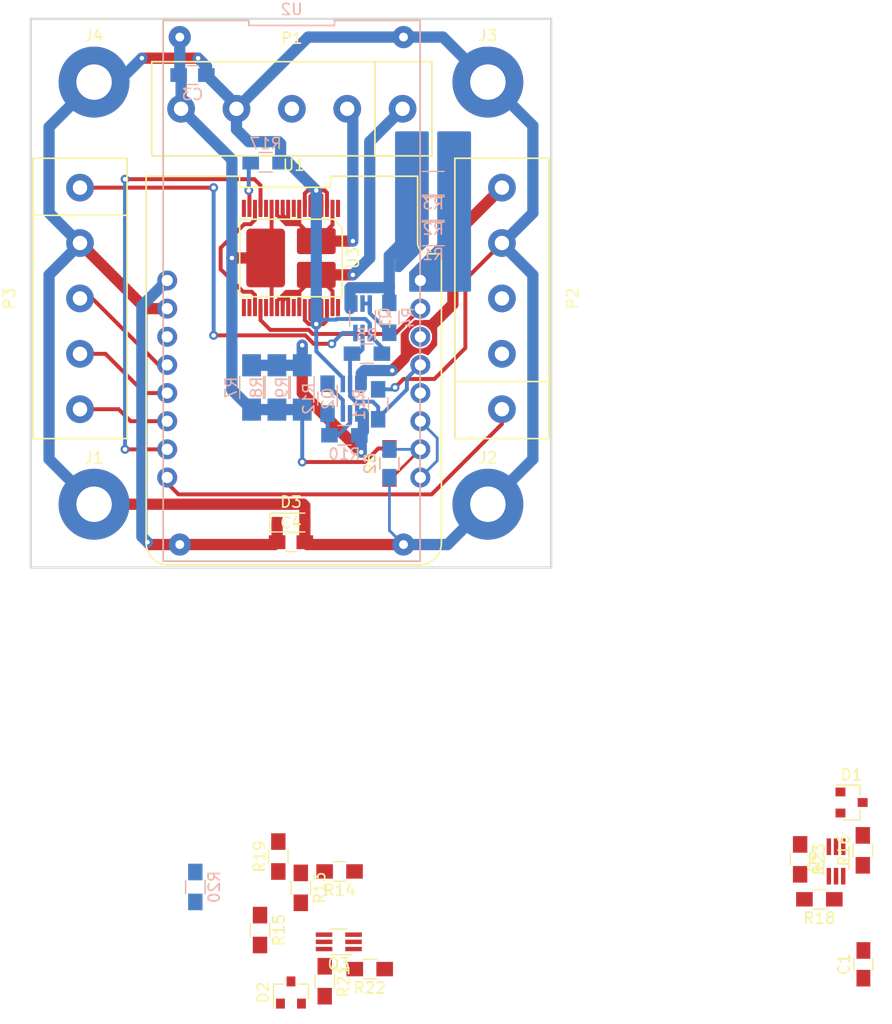
<source format=kicad_pcb>
(kicad_pcb (version 20170123) (host pcbnew "(2017-02-14 revision 58ed546)-master")

  (general
    (links 115)
    (no_connects 34)
    (area 108.484999 44.349999 155.675001 94.080001)
    (thickness 1.6)
    (drawings 4)
    (tracks 290)
    (zones 0)
    (modules 44)
    (nets 44)
  )

  (page A4)
  (layers
    (0 F.Cu signal)
    (31 B.Cu signal)
    (32 B.Adhes user)
    (33 F.Adhes user)
    (34 B.Paste user)
    (35 F.Paste user)
    (36 B.SilkS user)
    (37 F.SilkS user)
    (38 B.Mask user)
    (39 F.Mask user)
    (40 Dwgs.User user)
    (41 Cmts.User user)
    (42 Eco1.User user)
    (43 Eco2.User user)
    (44 Edge.Cuts user)
    (45 Margin user)
    (46 B.CrtYd user)
    (47 F.CrtYd user)
    (48 B.Fab user)
    (49 F.Fab user)
  )

  (setup
    (last_trace_width 0.3556)
    (user_trace_width 0.2032)
    (user_trace_width 0.3556)
    (user_trace_width 0.381)
    (user_trace_width 1.016)
    (user_trace_width 1.524)
    (trace_clearance 0.14)
    (zone_clearance 0.254)
    (zone_45_only no)
    (trace_min 0.2)
    (segment_width 0.2)
    (edge_width 0.2)
    (via_size 0.8)
    (via_drill 0.4)
    (via_min_size 0.4)
    (via_min_drill 0.3)
    (uvia_size 0.3)
    (uvia_drill 0.1)
    (uvias_allowed no)
    (uvia_min_size 0.2)
    (uvia_min_drill 0.1)
    (pcb_text_width 0.3)
    (pcb_text_size 1.5 1.5)
    (mod_edge_width 0.15)
    (mod_text_size 1 1)
    (mod_text_width 0.15)
    (pad_size 3.2 3.2)
    (pad_drill 3.2)
    (pad_to_mask_clearance 0.2)
    (aux_axis_origin 0 0)
    (visible_elements FFFFFF9F)
    (pcbplotparams
      (layerselection 0x00030_ffffffff)
      (usegerberextensions false)
      (excludeedgelayer true)
      (linewidth 0.100000)
      (plotframeref false)
      (viasonmask false)
      (mode 1)
      (useauxorigin false)
      (hpglpennumber 1)
      (hpglpenspeed 20)
      (hpglpendiameter 15)
      (psnegative false)
      (psa4output false)
      (plotreference true)
      (plotvalue true)
      (plotinvisibletext false)
      (padsonsilk false)
      (subtractmaskfromsilk false)
      (outputformat 1)
      (mirror false)
      (drillshape 1)
      (scaleselection 1)
      (outputdirectory ""))
  )

  (net 0 "")
  (net 1 GND)
  (net 2 /BATT+)
  (net 3 VCC)
  (net 4 /EN_DIAG_B)
  (net 5 /EN_DRIVER)
  (net 6 /SW_A)
  (net 7 /MOT_PWM)
  (net 8 /EN_A)
  (net 9 /SW_B)
  (net 10 /EN_B)
  (net 11 /3V3)
  (net 12 /WAKEUP)
  (net 13 "Net-(C2-Pad1)")
  (net 14 /SWITCH_B)
  (net 15 /SWITCH_A)
  (net 16 /SW_V+)
  (net 17 /SER_3V3)
  (net 18 /OW)
  (net 19 /SDA)
  (net 20 /SCL)
  (net 21 "Net-(Q1-Pad5)")
  (net 22 "Net-(Q1-Pad4)")
  (net 23 "Net-(Q2-Pad4)")
  (net 24 "Net-(Q2-Pad5)")
  (net 25 "Net-(Q2-Pad6)")
  (net 26 "Net-(R15-Pad1)")
  (net 27 /MOT_A)
  (net 28 /MOT_B)
  (net 29 "Net-(R19-Pad2)")
  (net 30 /TX)
  (net 31 "Net-(U3-Pad36)")
  (net 32 "Net-(U3-Pad1)")
  (net 33 "Net-(U3-Pad32)")
  (net 34 "Net-(U3-Pad5)")
  (net 35 "Net-(U3-Pad28)")
  (net 36 "Net-(U3-Pad9)")
  (net 37 "Net-(U3-Pad23)")
  (net 38 "Net-(U3-Pad14)")
  (net 39 "Net-(U3-Pad19)")
  (net 40 "Net-(U3-Pad18)")
  (net 41 "Net-(P1-Pad3)")
  (net 42 "Net-(D1-Pad3)")
  (net 43 "Net-(D2-Pad3)")

  (net_class Default "This is the default net class."
    (clearance 0.14)
    (trace_width 0.25)
    (via_dia 0.8)
    (via_drill 0.4)
    (uvia_dia 0.3)
    (uvia_drill 0.1)
    (add_net /3V3)
    (add_net /BATT+)
    (add_net /EN_A)
    (add_net /EN_B)
    (add_net /EN_DIAG_B)
    (add_net /EN_DRIVER)
    (add_net /MOT_A)
    (add_net /MOT_B)
    (add_net /MOT_PWM)
    (add_net /OW)
    (add_net /SCL)
    (add_net /SDA)
    (add_net /SER_3V3)
    (add_net /SWITCH_A)
    (add_net /SWITCH_B)
    (add_net /SW_A)
    (add_net /SW_B)
    (add_net /SW_V+)
    (add_net /TX)
    (add_net /WAKEUP)
    (add_net GND)
    (add_net "Net-(C2-Pad1)")
    (add_net "Net-(D1-Pad3)")
    (add_net "Net-(D2-Pad3)")
    (add_net "Net-(P1-Pad3)")
    (add_net "Net-(Q1-Pad4)")
    (add_net "Net-(Q1-Pad5)")
    (add_net "Net-(Q2-Pad4)")
    (add_net "Net-(Q2-Pad5)")
    (add_net "Net-(Q2-Pad6)")
    (add_net "Net-(R15-Pad1)")
    (add_net "Net-(R19-Pad2)")
    (add_net "Net-(U3-Pad1)")
    (add_net "Net-(U3-Pad14)")
    (add_net "Net-(U3-Pad18)")
    (add_net "Net-(U3-Pad19)")
    (add_net "Net-(U3-Pad23)")
    (add_net "Net-(U3-Pad28)")
    (add_net "Net-(U3-Pad32)")
    (add_net "Net-(U3-Pad36)")
    (add_net "Net-(U3-Pad5)")
    (add_net "Net-(U3-Pad9)")
    (add_net VCC)
  )

  (module TO_SOT_Packages_SMD:SOT-363_SC-70-6_Handsoldering (layer B.Cu) (tedit 58962036) (tstamp 58B30358)
    (at 137.414 78.74 270)
    (descr "SOT-363, SC-70-6, Handsoldering")
    (path /58A3E87F)
    (attr smd)
    (fp_text reference Q2 (at 0 2 270) (layer B.SilkS)
      (effects (font (size 1 1) (thickness 0.15)) (justify mirror))
    )
    (fp_text value P/N_MOS (at 0 -2 90) (layer B.Fab)
      (effects (font (size 1 1) (thickness 0.15)) (justify mirror))
    )
    (fp_line (start -0.175 1.1) (end -0.675 0.6) (layer B.Fab) (width 0.1))
    (fp_line (start 0.675 -1.1) (end -0.675 -1.1) (layer B.Fab) (width 0.1))
    (fp_line (start 0.675 1.1) (end 0.675 -1.1) (layer B.Fab) (width 0.1))
    (fp_line (start -0.675 0.6) (end -0.675 -1.1) (layer B.Fab) (width 0.1))
    (fp_line (start 0.675 1.1) (end -0.175 1.1) (layer B.Fab) (width 0.1))
    (fp_line (start -2.4 1.4) (end 2.4 1.4) (layer B.CrtYd) (width 0.05))
    (fp_line (start -2.4 1.4) (end -2.4 -1.4) (layer B.CrtYd) (width 0.05))
    (fp_line (start 2.4 -1.4) (end 2.4 1.4) (layer B.CrtYd) (width 0.05))
    (fp_line (start -0.7 -1.16) (end 0.7 -1.16) (layer B.SilkS) (width 0.12))
    (fp_line (start 0.7 1.16) (end -1.2 1.16) (layer B.SilkS) (width 0.12))
    (fp_line (start -2.4 -1.4) (end 2.4 -1.4) (layer B.CrtYd) (width 0.05))
    (pad 6 smd rect (at 1.33 0.65 270) (size 1.5 0.4) (layers B.Cu B.Paste B.Mask)
      (net 25 "Net-(Q2-Pad6)"))
    (pad 5 smd rect (at 1.33 0 270) (size 1.5 0.4) (layers B.Cu B.Paste B.Mask)
      (net 24 "Net-(Q2-Pad5)"))
    (pad 4 smd rect (at 1.33 -0.65 270) (size 1.5 0.4) (layers B.Cu B.Paste B.Mask)
      (net 23 "Net-(Q2-Pad4)"))
    (pad 3 smd rect (at -1.33 -0.65 270) (size 1.5 0.4) (layers B.Cu B.Paste B.Mask)
      (net 16 /SW_V+))
    (pad 2 smd rect (at -1.33 0 270) (size 1.5 0.4) (layers B.Cu B.Paste B.Mask)
      (net 5 /EN_DRIVER))
    (pad 1 smd rect (at -1.33 0.65 270) (size 1.5 0.4) (layers B.Cu B.Paste B.Mask)
      (net 1 GND))
    (model TO_SOT_Packages_SMD.3dshapes/SC-70-6.wrl
      (at (xyz 0 0 0))
      (scale (xyz 1 1 1))
      (rotate (xyz 0 0 0))
    )
  )

  (module Resistors_SMD:R_1206_HandSoldering (layer B.Cu) (tedit 58AADA36) (tstamp 58B60CF1)
    (at 133.096 77.724 270)
    (descr "Resistor SMD 1206, hand soldering")
    (tags "resistor 1206")
    (path /58B2CBA2)
    (attr smd)
    (fp_text reference R9 (at 0 1.85 270) (layer B.SilkS)
      (effects (font (size 1 1) (thickness 0.15)) (justify mirror))
    )
    (fp_text value 100 (at 0 -1.9 270) (layer B.Fab)
      (effects (font (size 1 1) (thickness 0.15)) (justify mirror))
    )
    (fp_text user %R (at 0 1.85 270) (layer B.Fab)
      (effects (font (size 1 1) (thickness 0.15)) (justify mirror))
    )
    (fp_line (start -1.6 -0.8) (end -1.6 0.8) (layer B.Fab) (width 0.1))
    (fp_line (start 1.6 -0.8) (end -1.6 -0.8) (layer B.Fab) (width 0.1))
    (fp_line (start 1.6 0.8) (end 1.6 -0.8) (layer B.Fab) (width 0.1))
    (fp_line (start -1.6 0.8) (end 1.6 0.8) (layer B.Fab) (width 0.1))
    (fp_line (start 1 -1.07) (end -1 -1.07) (layer B.SilkS) (width 0.12))
    (fp_line (start -1 1.07) (end 1 1.07) (layer B.SilkS) (width 0.12))
    (fp_line (start -3.25 1.11) (end 3.25 1.11) (layer B.CrtYd) (width 0.05))
    (fp_line (start -3.25 1.11) (end -3.25 -1.1) (layer B.CrtYd) (width 0.05))
    (fp_line (start 3.25 -1.1) (end 3.25 1.11) (layer B.CrtYd) (width 0.05))
    (fp_line (start 3.25 -1.1) (end -3.25 -1.1) (layer B.CrtYd) (width 0.05))
    (pad 1 smd rect (at -2 0 270) (size 2 1.7) (layers B.Cu B.Paste B.Mask)
      (net 23 "Net-(Q2-Pad4)"))
    (pad 2 smd rect (at 2 0 270) (size 2 1.7) (layers B.Cu B.Paste B.Mask)
      (net 2 /BATT+))
    (model Resistors_SMD.3dshapes/R_1206.wrl
      (at (xyz 0 0 0))
      (scale (xyz 1 1 1))
      (rotate (xyz 0 0 0))
    )
  )

  (module TO_SOT_Packages_SMD:SOT-363_SC-70-6_Handsoldering (layer B.Cu) (tedit 58962036) (tstamp 58B3034E)
    (at 138.543846 71.482818 90)
    (descr "SOT-363, SC-70-6, Handsoldering")
    (path /58A3D2EE)
    (attr smd)
    (fp_text reference Q1 (at 0 2 90) (layer B.SilkS)
      (effects (font (size 1 1) (thickness 0.15)) (justify mirror))
    )
    (fp_text value P/N_MOS (at 0 -2 -90) (layer B.Fab)
      (effects (font (size 1 1) (thickness 0.15)) (justify mirror))
    )
    (fp_line (start -0.175 1.1) (end -0.675 0.6) (layer B.Fab) (width 0.1))
    (fp_line (start 0.675 -1.1) (end -0.675 -1.1) (layer B.Fab) (width 0.1))
    (fp_line (start 0.675 1.1) (end 0.675 -1.1) (layer B.Fab) (width 0.1))
    (fp_line (start -0.675 0.6) (end -0.675 -1.1) (layer B.Fab) (width 0.1))
    (fp_line (start 0.675 1.1) (end -0.175 1.1) (layer B.Fab) (width 0.1))
    (fp_line (start -2.4 1.4) (end 2.4 1.4) (layer B.CrtYd) (width 0.05))
    (fp_line (start -2.4 1.4) (end -2.4 -1.4) (layer B.CrtYd) (width 0.05))
    (fp_line (start 2.4 -1.4) (end 2.4 1.4) (layer B.CrtYd) (width 0.05))
    (fp_line (start -0.7 -1.16) (end 0.7 -1.16) (layer B.SilkS) (width 0.12))
    (fp_line (start 0.7 1.16) (end -1.2 1.16) (layer B.SilkS) (width 0.12))
    (fp_line (start -2.4 -1.4) (end 2.4 -1.4) (layer B.CrtYd) (width 0.05))
    (pad 6 smd rect (at 1.33 0.65 90) (size 1.5 0.4) (layers B.Cu B.Paste B.Mask)
      (net 21 "Net-(Q1-Pad5)"))
    (pad 5 smd rect (at 1.33 0 90) (size 1.5 0.4) (layers B.Cu B.Paste B.Mask)
      (net 21 "Net-(Q1-Pad5)"))
    (pad 4 smd rect (at 1.33 -0.65 90) (size 1.5 0.4) (layers B.Cu B.Paste B.Mask)
      (net 22 "Net-(Q1-Pad4)"))
    (pad 3 smd rect (at -1.33 -0.65 90) (size 1.5 0.4) (layers B.Cu B.Paste B.Mask)
      (net 17 /SER_3V3))
    (pad 2 smd rect (at -1.33 0 90) (size 1.5 0.4) (layers B.Cu B.Paste B.Mask)
      (net 5 /EN_DRIVER))
    (pad 1 smd rect (at -1.33 0.65 90) (size 1.5 0.4) (layers B.Cu B.Paste B.Mask)
      (net 1 GND))
    (model TO_SOT_Packages_SMD.3dshapes/SC-70-6.wrl
      (at (xyz 0 0 0))
      (scale (xyz 1 1 1))
      (rotate (xyz 0 0 0))
    )
  )

  (module n9505-step-down:n9595 locked (layer B.Cu) (tedit 58B5C771) (tstamp 58B55DA5)
    (at 132.14 69.00436 270)
    (path /58A29F62)
    (fp_text reference U2 (at -25.4 0 180) (layer B.SilkS)
      (effects (font (size 1 1) (thickness 0.15)) (justify mirror))
    )
    (fp_text value N9505 (at 0 0 270) (layer B.Fab)
      (effects (font (size 1 1) (thickness 0.15)) (justify mirror))
    )
    (fp_line (start -24.55 -11.75) (end -24.55 11.75) (layer B.CrtYd) (width 0.05))
    (fp_line (start 24.55 -11.75) (end -24.55 -11.75) (layer B.CrtYd) (width 0.05))
    (fp_line (start 24.55 11.75) (end 24.55 -11.75) (layer B.CrtYd) (width 0.05))
    (fp_line (start -24.55 11.75) (end 24.55 11.75) (layer B.CrtYd) (width 0.05))
    (fp_line (start -24.4 -3.866666) (end -24.4 -11.599999) (layer B.SilkS) (width 0.15))
    (fp_line (start -23.95 -3.866666) (end -24.4 -3.866666) (layer B.SilkS) (width 0.15))
    (fp_line (start -23.95 3.866666) (end -23.95 -3.866666) (layer B.SilkS) (width 0.15))
    (fp_line (start -24.4 3.866666) (end -23.95 3.866666) (layer B.SilkS) (width 0.15))
    (fp_line (start -24.4 11.6) (end -24.4 3.866666) (layer B.SilkS) (width 0.15))
    (fp_line (start 24.4 11.599999) (end -24.4 11.6) (layer B.SilkS) (width 0.15))
    (fp_line (start 24.4 -11.6) (end 24.4 11.599999) (layer B.SilkS) (width 0.15))
    (fp_line (start -24.4 -11.599999) (end 24.4 -11.6) (layer B.SilkS) (width 0.15))
    (pad 3 thru_hole circle (at 22.9 -10.1 270) (size 2 2) (drill 0.8) (layers *.Cu *.Mask)
      (net 1 GND))
    (pad 4 thru_hole circle (at 22.9 10.1 270) (size 2 2) (drill 0.8) (layers *.Cu *.Mask)
      (net 3 VCC))
    (pad 2 thru_hole circle (at -22.9 -10.1 270) (size 2 2) (drill 0.8) (layers *.Cu *.Mask)
      (net 1 GND))
    (pad 1 thru_hole circle (at -22.9 10.1 270) (size 2 2) (drill 0.8) (layers *.Cu *.Mask)
      (net 2 /BATT+))
    (model ${KIPRJMOD}/3dshapes/n9505-step-down.3dshapes/step-down-n9505.wrl
      (at (xyz 0 0 0.1968503937007874))
      (scale (xyz 0.3937 0.3937 0.3937))
      (rotate (xyz 0 0 0))
    )
    (model ${KIPRJMOD}/3dshapes/n9505-step-down.3dshapes/conn-1x1-straight.wrl
      (at (xyz 0.9015748031496063 -0.3858267716535433 -0.05905511811023623))
      (scale (xyz 0.3937 0.3937 0.3937))
      (rotate (xyz 0 0 0))
    )
    (model ${KIPRJMOD}/3dshapes/n9505-step-down.3dshapes/conn-1x1-straight.wrl
      (at (xyz 0.9015748031496063 0.4094488188976378 -0.05905511811023623))
      (scale (xyz 0.3937 0.3937 0.3937))
      (rotate (xyz 0 0 0))
    )
    (model ${KIPRJMOD}/3dshapes/n9505-step-down.3dshapes/conn-1x1-straight.wrl
      (at (xyz -0.9015748031496063 0.4094488188976378 -0.05905511811023623))
      (scale (xyz 0.3937 0.3937 0.3937))
      (rotate (xyz 0 0 0))
    )
    (model ${KIPRJMOD}/3dshapes/n9505-step-down.3dshapes/conn-1x1-straight.wrl
      (at (xyz -0.9015748031496063 -0.3858267716535433 -0.05905511811023623))
      (scale (xyz 0.3937 0.3937 0.3937))
      (rotate (xyz 0 0 0))
    )
  )

  (module Resistors_SMD:R_0805_HandSoldering (layer F.Cu) (tedit 58AADA1D) (tstamp 58B58B61)
    (at 178.054 120.316 270)
    (descr "Resistor SMD 0805, hand soldering")
    (tags "resistor 0805")
    (path /58B58401)
    (attr smd)
    (fp_text reference R23 (at 0 -1.7 270) (layer F.SilkS)
      (effects (font (size 1 1) (thickness 0.15)))
    )
    (fp_text value 100k (at 0 1.75 270) (layer F.Fab)
      (effects (font (size 1 1) (thickness 0.15)))
    )
    (fp_text user %R (at 0 -1.7 270) (layer F.Fab)
      (effects (font (size 1 1) (thickness 0.15)))
    )
    (fp_line (start -1 0.62) (end -1 -0.62) (layer F.Fab) (width 0.1))
    (fp_line (start 1 0.62) (end -1 0.62) (layer F.Fab) (width 0.1))
    (fp_line (start 1 -0.62) (end 1 0.62) (layer F.Fab) (width 0.1))
    (fp_line (start -1 -0.62) (end 1 -0.62) (layer F.Fab) (width 0.1))
    (fp_line (start 0.6 0.88) (end -0.6 0.88) (layer F.SilkS) (width 0.12))
    (fp_line (start -0.6 -0.88) (end 0.6 -0.88) (layer F.SilkS) (width 0.12))
    (fp_line (start -2.35 -0.9) (end 2.35 -0.9) (layer F.CrtYd) (width 0.05))
    (fp_line (start -2.35 -0.9) (end -2.35 0.9) (layer F.CrtYd) (width 0.05))
    (fp_line (start 2.35 0.9) (end 2.35 -0.9) (layer F.CrtYd) (width 0.05))
    (fp_line (start 2.35 0.9) (end -2.35 0.9) (layer F.CrtYd) (width 0.05))
    (pad 1 smd rect (at -1.35 0 270) (size 1.5 1.3) (layers F.Cu F.Paste F.Mask)
      (net 3 VCC))
    (pad 2 smd rect (at 1.35 0 270) (size 1.5 1.3) (layers F.Cu F.Paste F.Mask)
      (net 42 "Net-(D1-Pad3)"))
    (model Resistors_SMD.3dshapes/R_0805.wrl
      (at (xyz 0 0 0))
      (scale (xyz 1 1 1))
      (rotate (xyz 0 0 0))
    )
  )

  (module Resistors_SMD:R_0805_HandSoldering (layer F.Cu) (tedit 58AADA1D) (tstamp 58B58A50)
    (at 139.192 130.222 180)
    (descr "Resistor SMD 0805, hand soldering")
    (tags "resistor 0805")
    (path /58B5AF00)
    (attr smd)
    (fp_text reference R22 (at 0 -1.7 180) (layer F.SilkS)
      (effects (font (size 1 1) (thickness 0.15)))
    )
    (fp_text value 100k (at 0 1.75 180) (layer F.Fab)
      (effects (font (size 1 1) (thickness 0.15)))
    )
    (fp_text user %R (at 0 -1.7 180) (layer F.Fab)
      (effects (font (size 1 1) (thickness 0.15)))
    )
    (fp_line (start -1 0.62) (end -1 -0.62) (layer F.Fab) (width 0.1))
    (fp_line (start 1 0.62) (end -1 0.62) (layer F.Fab) (width 0.1))
    (fp_line (start 1 -0.62) (end 1 0.62) (layer F.Fab) (width 0.1))
    (fp_line (start -1 -0.62) (end 1 -0.62) (layer F.Fab) (width 0.1))
    (fp_line (start 0.6 0.88) (end -0.6 0.88) (layer F.SilkS) (width 0.12))
    (fp_line (start -0.6 -0.88) (end 0.6 -0.88) (layer F.SilkS) (width 0.12))
    (fp_line (start -2.35 -0.9) (end 2.35 -0.9) (layer F.CrtYd) (width 0.05))
    (fp_line (start -2.35 -0.9) (end -2.35 0.9) (layer F.CrtYd) (width 0.05))
    (fp_line (start 2.35 0.9) (end 2.35 -0.9) (layer F.CrtYd) (width 0.05))
    (fp_line (start 2.35 0.9) (end -2.35 0.9) (layer F.CrtYd) (width 0.05))
    (pad 1 smd rect (at -1.35 0 180) (size 1.5 1.3) (layers F.Cu F.Paste F.Mask)
      (net 3 VCC))
    (pad 2 smd rect (at 1.35 0 180) (size 1.5 1.3) (layers F.Cu F.Paste F.Mask)
      (net 43 "Net-(D2-Pad3)"))
    (model Resistors_SMD.3dshapes/R_0805.wrl
      (at (xyz 0 0 0))
      (scale (xyz 1 1 1))
      (rotate (xyz 0 0 0))
    )
  )

  (module TO_SOT_Packages_SMD:SOT-363_SC-70-6_Handsoldering (layer F.Cu) (tedit 58962036) (tstamp 58B587F9)
    (at 136.398 127.762 180)
    (descr "SOT-363, SC-70-6, Handsoldering")
    (path /58B5A0FE)
    (attr smd)
    (fp_text reference Q3 (at 0 -2 180) (layer F.SilkS)
      (effects (font (size 1 1) (thickness 0.15)))
    )
    (fp_text value P/N_MOS (at 0 2) (layer F.Fab)
      (effects (font (size 1 1) (thickness 0.15)))
    )
    (fp_line (start -0.175 -1.1) (end -0.675 -0.6) (layer F.Fab) (width 0.1))
    (fp_line (start 0.675 1.1) (end -0.675 1.1) (layer F.Fab) (width 0.1))
    (fp_line (start 0.675 -1.1) (end 0.675 1.1) (layer F.Fab) (width 0.1))
    (fp_line (start -0.675 -0.6) (end -0.675 1.1) (layer F.Fab) (width 0.1))
    (fp_line (start 0.675 -1.1) (end -0.175 -1.1) (layer F.Fab) (width 0.1))
    (fp_line (start -2.4 -1.4) (end 2.4 -1.4) (layer F.CrtYd) (width 0.05))
    (fp_line (start -2.4 -1.4) (end -2.4 1.4) (layer F.CrtYd) (width 0.05))
    (fp_line (start 2.4 1.4) (end 2.4 -1.4) (layer F.CrtYd) (width 0.05))
    (fp_line (start -0.7 1.16) (end 0.7 1.16) (layer F.SilkS) (width 0.12))
    (fp_line (start 0.7 -1.16) (end -1.2 -1.16) (layer F.SilkS) (width 0.12))
    (fp_line (start -2.4 1.4) (end 2.4 1.4) (layer F.CrtYd) (width 0.05))
    (pad 6 smd rect (at 1.33 -0.65 180) (size 1.5 0.4) (layers F.Cu F.Paste F.Mask)
      (net 9 /SW_B))
    (pad 5 smd rect (at 1.33 0 180) (size 1.5 0.4) (layers F.Cu F.Paste F.Mask))
    (pad 4 smd rect (at 1.33 0.65 180) (size 1.5 0.4) (layers F.Cu F.Paste F.Mask))
    (pad 3 smd rect (at -1.33 0.65 180) (size 1.5 0.4) (layers F.Cu F.Paste F.Mask))
    (pad 2 smd rect (at -1.33 0 180) (size 1.5 0.4) (layers F.Cu F.Paste F.Mask)
      (net 43 "Net-(D2-Pad3)"))
    (pad 1 smd rect (at -1.33 -0.65 180) (size 1.5 0.4) (layers F.Cu F.Paste F.Mask)
      (net 1 GND))
    (model TO_SOT_Packages_SMD.3dshapes/SC-70-6.wrl
      (at (xyz 0 0 0))
      (scale (xyz 1 1 1))
      (rotate (xyz 0 0 90))
    )
  )

  (module TO_SOT_Packages_SMD:SOT-363_SC-70-6_Handsoldering (layer F.Cu) (tedit 58962036) (tstamp 58B587DD)
    (at 181.296 120.508 90)
    (descr "SOT-363, SC-70-6, Handsoldering")
    (path /58B5726A)
    (attr smd)
    (fp_text reference Q4 (at 0 -2 90) (layer F.SilkS)
      (effects (font (size 1 1) (thickness 0.15)))
    )
    (fp_text value P/N_MOS (at 0 2 270) (layer F.Fab)
      (effects (font (size 1 1) (thickness 0.15)))
    )
    (fp_line (start -2.4 1.4) (end 2.4 1.4) (layer F.CrtYd) (width 0.05))
    (fp_line (start 0.7 -1.16) (end -1.2 -1.16) (layer F.SilkS) (width 0.12))
    (fp_line (start -0.7 1.16) (end 0.7 1.16) (layer F.SilkS) (width 0.12))
    (fp_line (start 2.4 1.4) (end 2.4 -1.4) (layer F.CrtYd) (width 0.05))
    (fp_line (start -2.4 -1.4) (end -2.4 1.4) (layer F.CrtYd) (width 0.05))
    (fp_line (start -2.4 -1.4) (end 2.4 -1.4) (layer F.CrtYd) (width 0.05))
    (fp_line (start 0.675 -1.1) (end -0.175 -1.1) (layer F.Fab) (width 0.1))
    (fp_line (start -0.675 -0.6) (end -0.675 1.1) (layer F.Fab) (width 0.1))
    (fp_line (start 0.675 -1.1) (end 0.675 1.1) (layer F.Fab) (width 0.1))
    (fp_line (start 0.675 1.1) (end -0.675 1.1) (layer F.Fab) (width 0.1))
    (fp_line (start -0.175 -1.1) (end -0.675 -0.6) (layer F.Fab) (width 0.1))
    (pad 1 smd rect (at -1.33 -0.65 90) (size 1.5 0.4) (layers F.Cu F.Paste F.Mask)
      (net 1 GND))
    (pad 2 smd rect (at -1.33 0 90) (size 1.5 0.4) (layers F.Cu F.Paste F.Mask)
      (net 42 "Net-(D1-Pad3)"))
    (pad 3 smd rect (at -1.33 0.65 90) (size 1.5 0.4) (layers F.Cu F.Paste F.Mask))
    (pad 4 smd rect (at 1.33 0.65 90) (size 1.5 0.4) (layers F.Cu F.Paste F.Mask))
    (pad 5 smd rect (at 1.33 0 90) (size 1.5 0.4) (layers F.Cu F.Paste F.Mask))
    (pad 6 smd rect (at 1.33 -0.65 90) (size 1.5 0.4) (layers F.Cu F.Paste F.Mask)
      (net 6 /SW_A))
    (model TO_SOT_Packages_SMD.3dshapes/SC-70-6.wrl
      (at (xyz 0 0 0))
      (scale (xyz 1 1 1))
      (rotate (xyz 0 0 90))
    )
  )

  (module wemos-d1-mini:wemos-d1-mini-with-pin-header-and-connector locked (layer F.Cu) (tedit 58B56593) (tstamp 58C5F1DB)
    (at 132.334 76.962 270)
    (path /5874C844)
    (fp_text reference U1 (at -19.3 0) (layer F.SilkS)
      (effects (font (size 1 1) (thickness 0.15)))
    )
    (fp_text value WeMos_mini (at 0 0 270) (layer F.Fab)
      (effects (font (size 1 1) (thickness 0.15)))
    )
    (fp_line (start -18.3 13.33) (end 14.78 13.33) (layer F.SilkS) (width 0.15))
    (fp_line (start 16.78 11.33) (end 16.78 -11.33) (layer F.SilkS) (width 0.15))
    (fp_line (start 14.78 -13.33) (end -11.3 -13.33) (layer F.SilkS) (width 0.15))
    (fp_line (start -18.3 -11.18) (end -18.3 -3.32) (layer F.SilkS) (width 0.15))
    (fp_line (start -18.3 -3.32) (end -17.3 -3.32) (layer F.SilkS) (width 0.15))
    (fp_line (start -17.3 -3.32) (end -17.3 4.9) (layer F.SilkS) (width 0.15))
    (fp_line (start -17.3 4.9) (end -18.3 4.9) (layer F.SilkS) (width 0.15))
    (fp_line (start -18.3 4.9) (end -18.3 13.329999) (layer F.SilkS) (width 0.15))
    (fp_line (start -11.48 -13.5) (end 14.85 -13.5) (layer F.CrtYd) (width 0.05))
    (fp_line (start 16.94 -11.5) (end 16.94 11.5) (layer F.CrtYd) (width 0.05))
    (fp_line (start 14.94 13.5) (end -18.46 13.5) (layer F.CrtYd) (width 0.05))
    (fp_line (start -18.46 13.5) (end -18.46 -11.33) (layer F.CrtYd) (width 0.05))
    (fp_arc (start 14.78 -11.33) (end 14.78 -13.33) (angle 90) (layer F.SilkS) (width 0.15))
    (fp_arc (start 14.78 11.33) (end 16.78 11.33) (angle 90) (layer F.SilkS) (width 0.15))
    (fp_arc (start 14.94 11.5) (end 16.94 11.5) (angle 90) (layer F.CrtYd) (width 0.05))
    (fp_arc (start 14.94 -11.5) (end 14.85 -13.5) (angle 92.57657183) (layer F.CrtYd) (width 0.05))
    (fp_line (start -18.3 -11.18) (end -12.3 -11.18) (layer F.SilkS) (width 0.15))
    (fp_arc (start -12.3 -12.18) (end -11.3 -12.18) (angle 90) (layer F.SilkS) (width 0.15))
    (fp_line (start -11.3 -12.17) (end -11.3 -13.33) (layer F.SilkS) (width 0.15))
    (fp_line (start -11.3 -13.33) (end -11.3 -13.33) (layer F.SilkS) (width 0.15))
    (fp_line (start -11.48 -13.5) (end -11.48 -12.33) (layer F.CrtYd) (width 0.05))
    (fp_line (start -18.46 -11.33) (end -12.48 -11.33) (layer F.CrtYd) (width 0.05))
    (fp_arc (start -12.48 -12.33) (end -11.48 -12.33) (angle 90) (layer F.CrtYd) (width 0.05))
    (pad 16 thru_hole circle (at -8.89 -11.43 270) (size 1.8 1.8) (drill 1.016) (layers *.Cu *.Mask)
      (net 11 /3V3))
    (pad 1 thru_hole circle (at -8.89 11.43 270) (size 1.8 1.8) (drill 1.016) (layers *.Cu *.Mask)
      (net 3 VCC))
    (pad 15 thru_hole circle (at -6.35 -11.43 270) (size 1.8 1.8) (drill 1.016) (layers *.Cu *.Mask)
      (net 9 /SW_B))
    (pad 2 thru_hole circle (at -6.35 11.43 270) (size 1.8 1.8) (drill 1.016) (layers *.Cu *.Mask)
      (net 1 GND))
    (pad 14 thru_hole circle (at -3.81 -11.43 270) (size 1.8 1.8) (drill 1.016) (layers *.Cu *.Mask)
      (net 7 /MOT_PWM))
    (pad 3 thru_hole circle (at -3.81 11.43 270) (size 1.8 1.8) (drill 1.016) (layers *.Cu *.Mask)
      (net 8 /EN_A))
    (pad 13 thru_hole circle (at -1.27 -11.43 270) (size 1.8 1.8) (drill 1.016) (layers *.Cu *.Mask)
      (net 5 /EN_DRIVER))
    (pad 4 thru_hole circle (at -1.27 11.43 270) (size 1.8 1.8) (drill 1.016) (layers *.Cu *.Mask)
      (net 18 /OW))
    (pad 12 thru_hole circle (at 1.27 -11.43 270) (size 1.8 1.8) (drill 1.016) (layers *.Cu *.Mask)
      (net 10 /EN_B))
    (pad 5 thru_hole circle (at 1.27 11.43 270) (size 1.8 1.8) (drill 1.016) (layers *.Cu *.Mask)
      (net 19 /SDA))
    (pad 11 thru_hole circle (at 3.81 -11.43 270) (size 1.8 1.8) (drill 1.016) (layers *.Cu *.Mask)
      (net 12 /WAKEUP))
    (pad 6 thru_hole circle (at 3.81 11.43 270) (size 1.8 1.8) (drill 1.016) (layers *.Cu *.Mask)
      (net 20 /SCL))
    (pad 10 thru_hole circle (at 6.35 -11.43 270) (size 1.8 1.8) (drill 1.016) (layers *.Cu *.Mask)
      (net 13 "Net-(C2-Pad1)"))
    (pad 7 thru_hole circle (at 6.35 11.43 270) (size 1.8 1.8) (drill 1.016) (layers *.Cu *.Mask)
      (net 6 /SW_A))
    (pad 9 thru_hole circle (at 8.89 -11.43 270) (size 1.8 1.8) (drill 1.016) (layers *.Cu *.Mask)
      (net 12 /WAKEUP))
    (pad 8 thru_hole circle (at 8.89 11.43 270) (size 1.8 1.8) (drill 1.016) (layers *.Cu *.Mask)
      (net 30 /TX))
    (model ${KIPRJMOD}/3dshapes/wemos_d1_mini.3dshapes/d1_mini_shield.wrlxx
      (at (xyz -0.7047244094488189 -0.5039370078740159 0.3307086614173229))
      (scale (xyz 0.3937 0.3937 0.3937))
      (rotate (xyz 0 180 90))
    )
    (model xx${KIPRJMOD}/3dshapes/wemos_d1_mini.3dshapes/SLW-108-01-G-S.wrl
      (at (xyz 0 -0.4488188976377953 0))
      (scale (xyz 0.3937 0.3937 0.3937))
      (rotate (xyz -90 0 0))
    )
    (model xx${KIPRJMOD}/3dshapes/wemos_d1_mini.3dshapes/SLW-108-01-G-S.wrl
      (at (xyz 0 0.4488188976377953 0))
      (scale (xyz 0.3937 0.3937 0.3937))
      (rotate (xyz -90 0 0))
    )
    (model xx${KIPRJMOD}/3dshapes/wemos_d1_mini.3dshapes/TSW-108-05-G-S.wrl
      (at (xyz 0 -0.4488188976377953 0.2874015748031496))
      (scale (xyz 0.3937 0.3937 0.3937))
      (rotate (xyz 90 0 0))
    )
    (model xx${KIPRJMOD}/3dshapes/wemos_d1_mini.3dshapes/TSW-108-05-G-S.wrl
      (at (xyz 0 0.4488188976377953 0.2874015748031496))
      (scale (xyz 0.3937 0.3937 0.3937))
      (rotate (xyz 90 0 0))
    )
  )

  (module power-sso-36-tp:PowerSOIC-36 locked (layer F.Cu) (tedit 58B51750) (tstamp 58B54A59)
    (at 132.08 66.04 180)
    (path /58A23F29)
    (attr smd)
    (fp_text reference U3 (at -5.63 0 270) (layer F.SilkS)
      (effects (font (size 1 1) (thickness 0.15)))
    )
    (fp_text value VHN5180A-E (at -0.254 -6.096 180) (layer F.Fab)
      (effects (font (size 1 1) (thickness 0.15)))
    )
    (fp_line (start -3.83 3.5) (end -4.63 2.7) (layer F.SilkS) (width 0.15))
    (fp_line (start -4.63 2.7) (end -4.63 -3.5) (layer F.SilkS) (width 0.15))
    (fp_line (start -4.63 -3.5) (end 4.63 -3.5) (layer F.SilkS) (width 0.15))
    (fp_line (start 4.63 -3.5) (end 4.63 3.5) (layer F.SilkS) (width 0.15))
    (fp_line (start 4.63 3.5) (end -3.83 3.5) (layer F.SilkS) (width 0.15))
    (fp_line (start -4.8 -3.65) (end 4.8 -3.65) (layer F.CrtYd) (width 0.05))
    (fp_line (start 4.8 -3.65) (end 4.8 3.65) (layer F.CrtYd) (width 0.05))
    (fp_line (start 4.8 3.65) (end -4.8 3.65) (layer F.CrtYd) (width 0.05))
    (fp_line (start -4.8 3.65) (end -4.8 -3.65) (layer F.CrtYd) (width 0.05))
    (pad 36 smd rect (at -4.25 -4.475 180) (size 0.36 1.55) (layers F.Cu F.Paste F.Mask)
      (net 31 "Net-(U3-Pad36)"))
    (pad 1 smd rect (at -4.25 4.475 180) (size 0.36 1.55) (layers F.Cu F.Paste F.Mask)
      (net 32 "Net-(U3-Pad1)"))
    (pad 35 smd rect (at -3.75 -4.475 180) (size 0.36 1.55) (layers F.Cu F.Paste F.Mask)
      (net 28 /MOT_B))
    (pad 2 smd rect (at -3.75 4.475 180) (size 0.36 1.55) (layers F.Cu F.Paste F.Mask)
      (net 27 /MOT_A))
    (pad 34 smd rect (at -3.25 -4.475 180) (size 0.36 1.55) (layers F.Cu F.Paste F.Mask)
      (net 1 GND))
    (pad 3 smd rect (at -3.25 4.475 180) (size 0.36 1.55) (layers F.Cu F.Paste F.Mask)
      (net 1 GND))
    (pad 33 smd rect (at -2.75 -4.475 180) (size 0.36 1.55) (layers F.Cu F.Paste F.Mask)
      (net 1 GND))
    (pad 4 smd rect (at -2.75 4.475 180) (size 0.36 1.55) (layers F.Cu F.Paste F.Mask)
      (net 1 GND))
    (pad 32 smd rect (at -2.25 -4.475 180) (size 0.36 1.55) (layers F.Cu F.Paste F.Mask)
      (net 33 "Net-(U3-Pad32)"))
    (pad 5 smd rect (at -2.25 4.475 180) (size 0.36 1.55) (layers F.Cu F.Paste F.Mask)
      (net 34 "Net-(U3-Pad5)"))
    (pad 31 smd rect (at -1.75 -4.475 180) (size 0.36 1.55) (layers F.Cu F.Paste F.Mask)
      (net 1 GND))
    (pad 6 smd rect (at -1.75 4.475 180) (size 0.36 1.55) (layers F.Cu F.Paste F.Mask)
      (net 1 GND))
    (pad 30 smd rect (at -1.25 -4.475 180) (size 0.36 1.55) (layers F.Cu F.Paste F.Mask)
      (net 1 GND))
    (pad 7 smd rect (at -1.25 4.475 180) (size 0.36 1.55) (layers F.Cu F.Paste F.Mask)
      (net 1 GND))
    (pad 29 smd rect (at -0.75 -4.475 180) (size 0.36 1.55) (layers F.Cu F.Paste F.Mask)
      (net 28 /MOT_B))
    (pad 8 smd rect (at -0.75 4.475 180) (size 0.36 1.55) (layers F.Cu F.Paste F.Mask)
      (net 27 /MOT_A))
    (pad 28 smd rect (at -0.25 -4.475 180) (size 0.36 1.55) (layers F.Cu F.Paste F.Mask)
      (net 35 "Net-(U3-Pad28)"))
    (pad 9 smd rect (at -0.25 4.475 180) (size 0.36 1.55) (layers F.Cu F.Paste F.Mask)
      (net 36 "Net-(U3-Pad9)"))
    (pad 27 smd rect (at 0.25 -4.475 180) (size 0.36 1.55) (layers F.Cu F.Paste F.Mask)
      (net 28 /MOT_B))
    (pad 10 smd rect (at 0.25 4.475 180) (size 0.36 1.55) (layers F.Cu F.Paste F.Mask)
      (net 27 /MOT_A))
    (pad 26 smd rect (at 0.75 -4.475 180) (size 0.36 1.55) (layers F.Cu F.Paste F.Mask)
      (net 28 /MOT_B))
    (pad 11 smd rect (at 0.75 4.475 180) (size 0.36 1.55) (layers F.Cu F.Paste F.Mask)
      (net 27 /MOT_A))
    (pad 25 smd rect (at 1.25 -4.475 180) (size 0.36 1.55) (layers F.Cu F.Paste F.Mask)
      (net 28 /MOT_B))
    (pad 12 smd rect (at 1.25 4.475 180) (size 0.36 1.55) (layers F.Cu F.Paste F.Mask)
      (net 27 /MOT_A))
    (pad 24 smd rect (at 1.75 -4.475 180) (size 0.36 1.55) (layers F.Cu F.Paste F.Mask)
      (net 2 /BATT+))
    (pad 13 smd rect (at 1.75 4.475 180) (size 0.36 1.55) (layers F.Cu F.Paste F.Mask)
      (net 2 /BATT+))
    (pad 23 smd rect (at 2.25 -4.475 180) (size 0.36 1.55) (layers F.Cu F.Paste F.Mask)
      (net 37 "Net-(U3-Pad23)"))
    (pad 14 smd rect (at 2.25 4.475 180) (size 0.36 1.55) (layers F.Cu F.Paste F.Mask)
      (net 38 "Net-(U3-Pad14)"))
    (pad 22 smd rect (at 2.75 -4.475 180) (size 0.36 1.55) (layers F.Cu F.Paste F.Mask)
      (net 9 /SW_B))
    (pad 15 smd rect (at 2.75 4.475 180) (size 0.36 1.55) (layers F.Cu F.Paste F.Mask)
      (net 6 /SW_A))
    (pad 21 smd rect (at 3.25 -4.475 180) (size 0.36 1.55) (layers F.Cu F.Paste F.Mask)
      (net 4 /EN_DIAG_B))
    (pad 16 smd rect (at 3.25 4.475 180) (size 0.36 1.55) (layers F.Cu F.Paste F.Mask)
      (net 4 /EN_DIAG_B))
    (pad 20 smd rect (at 3.75 -4.475 180) (size 0.36 1.55) (layers F.Cu F.Paste F.Mask)
      (net 29 "Net-(R19-Pad2)"))
    (pad 17 smd rect (at 3.75 4.475 180) (size 0.36 1.55) (layers F.Cu F.Paste F.Mask)
      (net 26 "Net-(R15-Pad1)"))
    (pad 19 smd rect (at 4.25 -4.475 180) (size 0.36 1.55) (layers F.Cu F.Paste F.Mask)
      (net 39 "Net-(U3-Pad19)"))
    (pad 18 smd rect (at 4.25 4.475 180) (size 0.36 1.55) (layers F.Cu F.Paste F.Mask)
      (net 40 "Net-(U3-Pad18)"))
    (pad 38 smd roundrect (at -2.286 1.524 180) (size 3.5 2.35) (layers F.Cu F.Paste F.Mask)(roundrect_rratio 0.1)
      (net 27 /MOT_A))
    (pad 39 smd roundrect (at -2.286 -1.524 180) (size 3.5 2.35) (layers F.Cu F.Paste F.Mask)(roundrect_rratio 0.1)
      (net 28 /MOT_B))
    (pad 37 smd roundrect (at 2.286 0 180) (size 3.5 5.3) (layers F.Cu F.Paste F.Mask)(roundrect_rratio 0.1)
      (net 2 /BATT+))
    (model ${KIPRJMOD}/3dshapes/power-sso-36-tp.3dshapes/PowerSSO-36.wrl
      (at (xyz 0 0 0))
      (scale (xyz 0.393700787 0.393700787 0.393700787))
      (rotate (xyz -90 0 90))
    )
  )

  (module horizontal-cable-lentry-1317:SIP-5_1317 (layer F.Cu) (tedit 58B46510) (tstamp 58B523F6)
    (at 151.13 69.69 90)
    (path /58A2038D)
    (fp_text reference P2 (at 0 6.375 90) (layer F.SilkS)
      (effects (font (size 1 1) (thickness 0.15)))
    )
    (fp_text value CONN_SW (at 0 -6.375 90) (layer F.Fab)
      (effects (font (size 1 1) (thickness 0.15)))
    )
    (fp_line (start -12.8 4.4) (end -12.8 -4.4) (layer F.CrtYd) (width 0.05))
    (fp_line (start 12.8 4.4) (end -12.8 4.4) (layer F.CrtYd) (width 0.05))
    (fp_line (start 12.8 -4.4) (end 12.8 4.4) (layer F.CrtYd) (width 0.05))
    (fp_line (start -12.8 -4.4) (end 12.8 -4.4) (layer F.CrtYd) (width 0.05))
    (fp_line (start -7.5 -4.25) (end -7.5 4.25) (layer F.SilkS) (width 0.15))
    (fp_line (start -12.65 4.25) (end -12.65 -4.25) (layer F.SilkS) (width 0.15))
    (fp_line (start 12.65 4.25) (end -12.65 4.25) (layer F.SilkS) (width 0.15))
    (fp_line (start 12.65 -4.25) (end 12.65 4.25) (layer F.SilkS) (width 0.15))
    (fp_line (start -12.65 -4.25) (end 12.65 -4.25) (layer F.SilkS) (width 0.15))
    (pad 5 thru_hole circle (at 10 0 90) (size 2.5 2.5) (drill 1.3) (layers *.Cu *.Mask)
      (net 16 /SW_V+))
    (pad 4 thru_hole circle (at 5 0 90) (size 2.5 2.5) (drill 1.3) (layers *.Cu *.Mask)
      (net 1 GND))
    (pad 3 thru_hole circle (at 0 0 90) (size 2.5 2.5) (drill 1.3) (layers *.Cu *.Mask)
      (net 14 /SWITCH_B))
    (pad 2 thru_hole circle (at -5 0 90) (size 2.5 2.5) (drill 1.3) (layers *.Cu *.Mask)
      (net 15 /SWITCH_A))
    (pad 1 thru_hole circle (at -10 0 90) (size 2.5 2.5) (drill 1.3) (layers *.Cu *.Mask)
      (net 30 /TX))
    (model ${KIPRJMOD}/3dshapes/horizontal-cable-lentry-1317.3dshapes/horizontal-cable-entry-3137-5.wrl
      (at (xyz 0 0 0.2440944881889764))
      (scale (xyz 0.393700787 0.393700787 0.393700787))
      (rotate (xyz 0 0 0))
    )
  )

  (module horizontal-cable-lentry-1317:SIP-5_1317 (layer F.Cu) (tedit 58B46510) (tstamp 58B52593)
    (at 113.03 69.69 270)
    (path /58A204AB)
    (fp_text reference P3 (at 0 6.375 270) (layer F.SilkS)
      (effects (font (size 1 1) (thickness 0.15)))
    )
    (fp_text value CONN_SERIAL (at 0 -6.375 270) (layer F.Fab)
      (effects (font (size 1 1) (thickness 0.15)))
    )
    (fp_line (start -12.8 4.4) (end -12.8 -4.4) (layer F.CrtYd) (width 0.05))
    (fp_line (start 12.8 4.4) (end -12.8 4.4) (layer F.CrtYd) (width 0.05))
    (fp_line (start 12.8 -4.4) (end 12.8 4.4) (layer F.CrtYd) (width 0.05))
    (fp_line (start -12.8 -4.4) (end 12.8 -4.4) (layer F.CrtYd) (width 0.05))
    (fp_line (start -7.5 -4.25) (end -7.5 4.25) (layer F.SilkS) (width 0.15))
    (fp_line (start -12.65 4.25) (end -12.65 -4.25) (layer F.SilkS) (width 0.15))
    (fp_line (start 12.65 4.25) (end -12.65 4.25) (layer F.SilkS) (width 0.15))
    (fp_line (start 12.65 -4.25) (end 12.65 4.25) (layer F.SilkS) (width 0.15))
    (fp_line (start -12.65 -4.25) (end 12.65 -4.25) (layer F.SilkS) (width 0.15))
    (pad 5 thru_hole circle (at 10 0 270) (size 2.5 2.5) (drill 1.3) (layers *.Cu *.Mask)
      (net 20 /SCL))
    (pad 4 thru_hole circle (at 5 0 270) (size 2.5 2.5) (drill 1.3) (layers *.Cu *.Mask)
      (net 19 /SDA))
    (pad 3 thru_hole circle (at 0 0 270) (size 2.5 2.5) (drill 1.3) (layers *.Cu *.Mask)
      (net 18 /OW))
    (pad 2 thru_hole circle (at -5 0 270) (size 2.5 2.5) (drill 1.3) (layers *.Cu *.Mask)
      (net 1 GND))
    (pad 1 thru_hole circle (at -10 0 270) (size 2.5 2.5) (drill 1.3) (layers *.Cu *.Mask)
      (net 17 /SER_3V3))
    (model ${KIPRJMOD}/3dshapes/horizontal-cable-lentry-1317.3dshapes/horizontal-cable-entry-3137-5.wrl
      (at (xyz 0 0 0.2440944881889764))
      (scale (xyz 0.393700787 0.393700787 0.393700787))
      (rotate (xyz 0 0 0))
    )
  )

  (module Resistors_SMD:R_0805_HandSoldering (layer B.Cu) (tedit 58AADA1D) (tstamp 58B30394)
    (at 136.906 82.042)
    (descr "Resistor SMD 0805, hand soldering")
    (tags "resistor 0805")
    (path /58A35814)
    (attr smd)
    (fp_text reference R10 (at 0 1.7) (layer B.SilkS)
      (effects (font (size 1 1) (thickness 0.15)) (justify mirror))
    )
    (fp_text value 100k (at 0 -1.75) (layer B.Fab)
      (effects (font (size 1 1) (thickness 0.15)) (justify mirror))
    )
    (fp_line (start 2.35 -0.9) (end -2.35 -0.9) (layer B.CrtYd) (width 0.05))
    (fp_line (start 2.35 -0.9) (end 2.35 0.9) (layer B.CrtYd) (width 0.05))
    (fp_line (start -2.35 0.9) (end -2.35 -0.9) (layer B.CrtYd) (width 0.05))
    (fp_line (start -2.35 0.9) (end 2.35 0.9) (layer B.CrtYd) (width 0.05))
    (fp_line (start -0.6 0.88) (end 0.6 0.88) (layer B.SilkS) (width 0.12))
    (fp_line (start 0.6 -0.88) (end -0.6 -0.88) (layer B.SilkS) (width 0.12))
    (fp_line (start -1 0.62) (end 1 0.62) (layer B.Fab) (width 0.1))
    (fp_line (start 1 0.62) (end 1 -0.62) (layer B.Fab) (width 0.1))
    (fp_line (start 1 -0.62) (end -1 -0.62) (layer B.Fab) (width 0.1))
    (fp_line (start -1 -0.62) (end -1 0.62) (layer B.Fab) (width 0.1))
    (fp_text user %R (at 0 1.7) (layer B.Fab)
      (effects (font (size 1 1) (thickness 0.15)) (justify mirror))
    )
    (pad 2 smd rect (at 1.35 0) (size 1.5 1.3) (layers B.Cu B.Paste B.Mask)
      (net 23 "Net-(Q2-Pad4)"))
    (pad 1 smd rect (at -1.35 0) (size 1.5 1.3) (layers B.Cu B.Paste B.Mask)
      (net 24 "Net-(Q2-Pad5)"))
    (model Resistors_SMD.3dshapes/R_0805.wrl
      (at (xyz 0 0 0))
      (scale (xyz 1 1 1))
      (rotate (xyz 0 0 0))
    )
  )

  (module Resistors_SMD:R_1206_HandSoldering (layer B.Cu) (tedit 58AADA36) (tstamp 58B30388)
    (at 130.81 77.724 270)
    (descr "Resistor SMD 1206, hand soldering")
    (tags "resistor 1206")
    (path /58A34716)
    (attr smd)
    (fp_text reference R8 (at 0 1.85 270) (layer B.SilkS)
      (effects (font (size 1 1) (thickness 0.15)) (justify mirror))
    )
    (fp_text value 100 (at 0.127 -2.159 270) (layer B.Fab)
      (effects (font (size 1 1) (thickness 0.15)) (justify mirror))
    )
    (fp_line (start 3.25 -1.1) (end -3.25 -1.1) (layer B.CrtYd) (width 0.05))
    (fp_line (start 3.25 -1.1) (end 3.25 1.11) (layer B.CrtYd) (width 0.05))
    (fp_line (start -3.25 1.11) (end -3.25 -1.1) (layer B.CrtYd) (width 0.05))
    (fp_line (start -3.25 1.11) (end 3.25 1.11) (layer B.CrtYd) (width 0.05))
    (fp_line (start -1 1.07) (end 1 1.07) (layer B.SilkS) (width 0.12))
    (fp_line (start 1 -1.07) (end -1 -1.07) (layer B.SilkS) (width 0.12))
    (fp_line (start -1.6 0.8) (end 1.6 0.8) (layer B.Fab) (width 0.1))
    (fp_line (start 1.6 0.8) (end 1.6 -0.8) (layer B.Fab) (width 0.1))
    (fp_line (start 1.6 -0.8) (end -1.6 -0.8) (layer B.Fab) (width 0.1))
    (fp_line (start -1.6 -0.8) (end -1.6 0.8) (layer B.Fab) (width 0.1))
    (fp_text user %R (at 0 1.85 270) (layer B.Fab)
      (effects (font (size 1 1) (thickness 0.15)) (justify mirror))
    )
    (pad 2 smd rect (at 2 0 270) (size 2 1.7) (layers B.Cu B.Paste B.Mask)
      (net 2 /BATT+))
    (pad 1 smd rect (at -2 0 270) (size 2 1.7) (layers B.Cu B.Paste B.Mask)
      (net 23 "Net-(Q2-Pad4)"))
    (model Resistors_SMD.3dshapes/R_1206.wrl
      (at (xyz 0 0 0))
      (scale (xyz 1 1 1))
      (rotate (xyz 0 0 0))
    )
  )

  (module Resistors_SMD:R_1206_HandSoldering (layer B.Cu) (tedit 58AADA36) (tstamp 58B30382)
    (at 128.524 77.724 270)
    (descr "Resistor SMD 1206, hand soldering")
    (tags "resistor 1206")
    (path /58A358CF)
    (attr smd)
    (fp_text reference R7 (at 0 1.85 270) (layer B.SilkS)
      (effects (font (size 1 1) (thickness 0.15)) (justify mirror))
    )
    (fp_text value 100 (at 0 -1.9 270) (layer B.Fab)
      (effects (font (size 1 1) (thickness 0.15)) (justify mirror))
    )
    (fp_line (start 3.25 -1.1) (end -3.25 -1.1) (layer B.CrtYd) (width 0.05))
    (fp_line (start 3.25 -1.1) (end 3.25 1.11) (layer B.CrtYd) (width 0.05))
    (fp_line (start -3.25 1.11) (end -3.25 -1.1) (layer B.CrtYd) (width 0.05))
    (fp_line (start -3.25 1.11) (end 3.25 1.11) (layer B.CrtYd) (width 0.05))
    (fp_line (start -1 1.07) (end 1 1.07) (layer B.SilkS) (width 0.12))
    (fp_line (start 1 -1.07) (end -1 -1.07) (layer B.SilkS) (width 0.12))
    (fp_line (start -1.6 0.8) (end 1.6 0.8) (layer B.Fab) (width 0.1))
    (fp_line (start 1.6 0.8) (end 1.6 -0.8) (layer B.Fab) (width 0.1))
    (fp_line (start 1.6 -0.8) (end -1.6 -0.8) (layer B.Fab) (width 0.1))
    (fp_line (start -1.6 -0.8) (end -1.6 0.8) (layer B.Fab) (width 0.1))
    (fp_text user %R (at 0 1.85 270) (layer B.Fab)
      (effects (font (size 1 1) (thickness 0.15)) (justify mirror))
    )
    (pad 2 smd rect (at 2 0 270) (size 2 1.7) (layers B.Cu B.Paste B.Mask)
      (net 2 /BATT+))
    (pad 1 smd rect (at -2 0 270) (size 2 1.7) (layers B.Cu B.Paste B.Mask)
      (net 23 "Net-(Q2-Pad4)"))
    (model Resistors_SMD.3dshapes/R_1206.wrl
      (at (xyz 0 0 0))
      (scale (xyz 1 1 1))
      (rotate (xyz 0 0 0))
    )
  )

  (module Capacitors_SMD:C_0805_HandSoldering (layer F.Cu) (tedit 58AA84A8) (tstamp 58B30303)
    (at 183.769 129.79036 90)
    (descr "Capacitor SMD 0805, hand soldering")
    (tags "capacitor 0805")
    (path /58A2E7AF)
    (attr smd)
    (fp_text reference C1 (at 0 -1.75 90) (layer F.SilkS)
      (effects (font (size 1 1) (thickness 0.15)))
    )
    (fp_text value 1µ (at 0 1.75 90) (layer F.Fab)
      (effects (font (size 1 1) (thickness 0.15)))
    )
    (fp_line (start 2.25 0.87) (end -2.25 0.87) (layer F.CrtYd) (width 0.05))
    (fp_line (start 2.25 0.87) (end 2.25 -0.88) (layer F.CrtYd) (width 0.05))
    (fp_line (start -2.25 -0.88) (end -2.25 0.87) (layer F.CrtYd) (width 0.05))
    (fp_line (start -2.25 -0.88) (end 2.25 -0.88) (layer F.CrtYd) (width 0.05))
    (fp_line (start -0.5 0.85) (end 0.5 0.85) (layer F.SilkS) (width 0.12))
    (fp_line (start 0.5 -0.85) (end -0.5 -0.85) (layer F.SilkS) (width 0.12))
    (fp_line (start -1 -0.62) (end 1 -0.62) (layer F.Fab) (width 0.1))
    (fp_line (start 1 -0.62) (end 1 0.62) (layer F.Fab) (width 0.1))
    (fp_line (start 1 0.62) (end -1 0.62) (layer F.Fab) (width 0.1))
    (fp_line (start -1 0.62) (end -1 -0.62) (layer F.Fab) (width 0.1))
    (fp_text user %R (at 0 -1.75 90) (layer F.Fab)
      (effects (font (size 1 1) (thickness 0.15)))
    )
    (pad 2 smd rect (at 1.25 0 90) (size 1.5 1.25) (layers F.Cu F.Paste F.Mask)
      (net 1 GND))
    (pad 1 smd rect (at -1.25 0 90) (size 1.5 1.25) (layers F.Cu F.Paste F.Mask)
      (net 3 VCC))
    (model Capacitors_SMD.3dshapes/C_0805.wrl
      (at (xyz 0 0 0))
      (scale (xyz 1 1 1))
      (rotate (xyz 0 0 0))
    )
  )

  (module Capacitors_SMD:C_0805_HandSoldering (layer B.Cu) (tedit 58AA84A8) (tstamp 58B30309)
    (at 140.97 84.582 270)
    (descr "Capacitor SMD 0805, hand soldering")
    (tags "capacitor 0805")
    (path /5888FEDD)
    (attr smd)
    (fp_text reference C2 (at 0 1.75 270) (layer B.SilkS)
      (effects (font (size 1 1) (thickness 0.15)) (justify mirror))
    )
    (fp_text value 1µ (at 0 -1.75 270) (layer B.Fab)
      (effects (font (size 1 1) (thickness 0.15)) (justify mirror))
    )
    (fp_line (start 2.25 -0.87) (end -2.25 -0.87) (layer B.CrtYd) (width 0.05))
    (fp_line (start 2.25 -0.87) (end 2.25 0.88) (layer B.CrtYd) (width 0.05))
    (fp_line (start -2.25 0.88) (end -2.25 -0.87) (layer B.CrtYd) (width 0.05))
    (fp_line (start -2.25 0.88) (end 2.25 0.88) (layer B.CrtYd) (width 0.05))
    (fp_line (start -0.5 -0.85) (end 0.5 -0.85) (layer B.SilkS) (width 0.12))
    (fp_line (start 0.5 0.85) (end -0.5 0.85) (layer B.SilkS) (width 0.12))
    (fp_line (start -1 0.62) (end 1 0.62) (layer B.Fab) (width 0.1))
    (fp_line (start 1 0.62) (end 1 -0.62) (layer B.Fab) (width 0.1))
    (fp_line (start 1 -0.62) (end -1 -0.62) (layer B.Fab) (width 0.1))
    (fp_line (start -1 -0.62) (end -1 0.62) (layer B.Fab) (width 0.1))
    (fp_text user %R (at 0 1.75 270) (layer B.Fab)
      (effects (font (size 1 1) (thickness 0.15)) (justify mirror))
    )
    (pad 2 smd rect (at 1.25 0 270) (size 1.5 1.25) (layers B.Cu B.Paste B.Mask)
      (net 1 GND))
    (pad 1 smd rect (at -1.25 0 270) (size 1.5 1.25) (layers B.Cu B.Paste B.Mask)
      (net 13 "Net-(C2-Pad1)"))
    (model Capacitors_SMD.3dshapes/C_0805.wrl
      (at (xyz 0 0 0))
      (scale (xyz 1 1 1))
      (rotate (xyz 0 0 0))
    )
  )

  (module Capacitors_SMD:C_0805_HandSoldering (layer B.Cu) (tedit 58AA84A8) (tstamp 58B3030F)
    (at 123.19 49.53)
    (descr "Capacitor SMD 0805, hand soldering")
    (tags "capacitor 0805")
    (path /58A1E96E)
    (attr smd)
    (fp_text reference C3 (at 0 1.75) (layer B.SilkS)
      (effects (font (size 1 1) (thickness 0.15)) (justify mirror))
    )
    (fp_text value 1µ (at 0 -1.75) (layer B.Fab)
      (effects (font (size 1 1) (thickness 0.15)) (justify mirror))
    )
    (fp_line (start 2.25 -0.87) (end -2.25 -0.87) (layer B.CrtYd) (width 0.05))
    (fp_line (start 2.25 -0.87) (end 2.25 0.88) (layer B.CrtYd) (width 0.05))
    (fp_line (start -2.25 0.88) (end -2.25 -0.87) (layer B.CrtYd) (width 0.05))
    (fp_line (start -2.25 0.88) (end 2.25 0.88) (layer B.CrtYd) (width 0.05))
    (fp_line (start -0.5 -0.85) (end 0.5 -0.85) (layer B.SilkS) (width 0.12))
    (fp_line (start 0.5 0.85) (end -0.5 0.85) (layer B.SilkS) (width 0.12))
    (fp_line (start -1 0.62) (end 1 0.62) (layer B.Fab) (width 0.1))
    (fp_line (start 1 0.62) (end 1 -0.62) (layer B.Fab) (width 0.1))
    (fp_line (start 1 -0.62) (end -1 -0.62) (layer B.Fab) (width 0.1))
    (fp_line (start -1 -0.62) (end -1 0.62) (layer B.Fab) (width 0.1))
    (fp_text user %R (at 0 1.75) (layer B.Fab)
      (effects (font (size 1 1) (thickness 0.15)) (justify mirror))
    )
    (pad 2 smd rect (at 1.25 0) (size 1.5 1.25) (layers B.Cu B.Paste B.Mask)
      (net 1 GND))
    (pad 1 smd rect (at -1.25 0) (size 1.5 1.25) (layers B.Cu B.Paste B.Mask)
      (net 2 /BATT+))
    (model Capacitors_SMD.3dshapes/C_0805.wrl
      (at (xyz 0 0 0))
      (scale (xyz 1 1 1))
      (rotate (xyz 0 0 0))
    )
  )

  (module Capacitors_SMD:C_0805_HandSoldering (layer F.Cu) (tedit 58AA84A8) (tstamp 58B30315)
    (at 132.08 91.694)
    (descr "Capacitor SMD 0805, hand soldering")
    (tags "capacitor 0805")
    (path /58A1F6E4)
    (attr smd)
    (fp_text reference C4 (at 0 -1.75) (layer F.SilkS)
      (effects (font (size 1 1) (thickness 0.15)))
    )
    (fp_text value 1µ (at 0 1.75) (layer F.Fab)
      (effects (font (size 1 1) (thickness 0.15)))
    )
    (fp_line (start 2.25 0.87) (end -2.25 0.87) (layer F.CrtYd) (width 0.05))
    (fp_line (start 2.25 0.87) (end 2.25 -0.88) (layer F.CrtYd) (width 0.05))
    (fp_line (start -2.25 -0.88) (end -2.25 0.87) (layer F.CrtYd) (width 0.05))
    (fp_line (start -2.25 -0.88) (end 2.25 -0.88) (layer F.CrtYd) (width 0.05))
    (fp_line (start -0.5 0.85) (end 0.5 0.85) (layer F.SilkS) (width 0.12))
    (fp_line (start 0.5 -0.85) (end -0.5 -0.85) (layer F.SilkS) (width 0.12))
    (fp_line (start -1 -0.62) (end 1 -0.62) (layer F.Fab) (width 0.1))
    (fp_line (start 1 -0.62) (end 1 0.62) (layer F.Fab) (width 0.1))
    (fp_line (start 1 0.62) (end -1 0.62) (layer F.Fab) (width 0.1))
    (fp_line (start -1 0.62) (end -1 -0.62) (layer F.Fab) (width 0.1))
    (fp_text user %R (at 0 -1.75) (layer F.Fab)
      (effects (font (size 1 1) (thickness 0.15)))
    )
    (pad 2 smd rect (at 1.25 0) (size 1.5 1.25) (layers F.Cu F.Paste F.Mask)
      (net 1 GND))
    (pad 1 smd rect (at -1.25 0) (size 1.5 1.25) (layers F.Cu F.Paste F.Mask)
      (net 3 VCC))
    (model Capacitors_SMD.3dshapes/C_0805.wrl
      (at (xyz 0 0 0))
      (scale (xyz 1 1 1))
      (rotate (xyz 0 0 0))
    )
  )

  (module TO_SOT_Packages_SMD:SOT-23 (layer F.Cu) (tedit 5883B105) (tstamp 58B3031C)
    (at 182.698184 115.18536)
    (descr "SOT-23, Standard")
    (tags SOT-23)
    (path /58A3F6A4)
    (attr smd)
    (fp_text reference D1 (at 0 -2.5) (layer F.SilkS)
      (effects (font (size 1 1) (thickness 0.15)))
    )
    (fp_text value BAT54S (at 0 2.5) (layer F.Fab)
      (effects (font (size 1 1) (thickness 0.15)))
    )
    (fp_line (start 0.76 1.58) (end -0.7 1.58) (layer F.SilkS) (width 0.12))
    (fp_line (start 0.76 -1.58) (end -1.4 -1.58) (layer F.SilkS) (width 0.12))
    (fp_line (start -1.7 1.75) (end -1.7 -1.75) (layer F.CrtYd) (width 0.05))
    (fp_line (start 1.7 1.75) (end -1.7 1.75) (layer F.CrtYd) (width 0.05))
    (fp_line (start 1.7 -1.75) (end 1.7 1.75) (layer F.CrtYd) (width 0.05))
    (fp_line (start -1.7 -1.75) (end 1.7 -1.75) (layer F.CrtYd) (width 0.05))
    (fp_line (start 0.76 -1.58) (end 0.76 -0.65) (layer F.SilkS) (width 0.12))
    (fp_line (start 0.76 1.58) (end 0.76 0.65) (layer F.SilkS) (width 0.12))
    (fp_line (start -0.7 1.52) (end 0.7 1.52) (layer F.Fab) (width 0.1))
    (fp_line (start 0.7 -1.52) (end 0.7 1.52) (layer F.Fab) (width 0.1))
    (fp_line (start -0.7 -0.95) (end -0.15 -1.52) (layer F.Fab) (width 0.1))
    (fp_line (start -0.15 -1.52) (end 0.7 -1.52) (layer F.Fab) (width 0.1))
    (fp_line (start -0.7 -0.95) (end -0.7 1.5) (layer F.Fab) (width 0.1))
    (pad 3 smd rect (at 1 0) (size 0.9 0.8) (layers F.Cu F.Paste F.Mask)
      (net 42 "Net-(D1-Pad3)"))
    (pad 2 smd rect (at -1 0.95) (size 0.9 0.8) (layers F.Cu F.Paste F.Mask)
      (net 3 VCC))
    (pad 1 smd rect (at -1 -0.95) (size 0.9 0.8) (layers F.Cu F.Paste F.Mask)
      (net 1 GND))
    (model TO_SOT_Packages_SMD.3dshapes/SOT-23.wrl
      (at (xyz 0 0 0))
      (scale (xyz 1 1 1))
      (rotate (xyz 0 0 90))
    )
  )

  (module TO_SOT_Packages_SMD:SOT-23 (layer F.Cu) (tedit 5883B105) (tstamp 58B30323)
    (at 132.08 132.334 90)
    (descr "SOT-23, Standard")
    (tags SOT-23)
    (path /58A3FFFE)
    (attr smd)
    (fp_text reference D2 (at 0 -2.5 90) (layer F.SilkS)
      (effects (font (size 1 1) (thickness 0.15)))
    )
    (fp_text value BAT54S (at 0 2.5 90) (layer F.Fab)
      (effects (font (size 1 1) (thickness 0.15)))
    )
    (fp_line (start 0.76 1.58) (end -0.7 1.58) (layer F.SilkS) (width 0.12))
    (fp_line (start 0.76 -1.58) (end -1.4 -1.58) (layer F.SilkS) (width 0.12))
    (fp_line (start -1.7 1.75) (end -1.7 -1.75) (layer F.CrtYd) (width 0.05))
    (fp_line (start 1.7 1.75) (end -1.7 1.75) (layer F.CrtYd) (width 0.05))
    (fp_line (start 1.7 -1.75) (end 1.7 1.75) (layer F.CrtYd) (width 0.05))
    (fp_line (start -1.7 -1.75) (end 1.7 -1.75) (layer F.CrtYd) (width 0.05))
    (fp_line (start 0.76 -1.58) (end 0.76 -0.65) (layer F.SilkS) (width 0.12))
    (fp_line (start 0.76 1.58) (end 0.76 0.65) (layer F.SilkS) (width 0.12))
    (fp_line (start -0.7 1.52) (end 0.7 1.52) (layer F.Fab) (width 0.1))
    (fp_line (start 0.7 -1.52) (end 0.7 1.52) (layer F.Fab) (width 0.1))
    (fp_line (start -0.7 -0.95) (end -0.15 -1.52) (layer F.Fab) (width 0.1))
    (fp_line (start -0.15 -1.52) (end 0.7 -1.52) (layer F.Fab) (width 0.1))
    (fp_line (start -0.7 -0.95) (end -0.7 1.5) (layer F.Fab) (width 0.1))
    (pad 3 smd rect (at 1 0 90) (size 0.9 0.8) (layers F.Cu F.Paste F.Mask)
      (net 43 "Net-(D2-Pad3)"))
    (pad 2 smd rect (at -1 0.95 90) (size 0.9 0.8) (layers F.Cu F.Paste F.Mask)
      (net 3 VCC))
    (pad 1 smd rect (at -1 -0.95 90) (size 0.9 0.8) (layers F.Cu F.Paste F.Mask)
      (net 1 GND))
    (model TO_SOT_Packages_SMD.3dshapes/SOT-23.wrl
      (at (xyz 0 0 0))
      (scale (xyz 1 1 1))
      (rotate (xyz 0 0 90))
    )
  )

  (module Diodes_SMD:D_SOD-323_HandSoldering (layer F.Cu) (tedit 58641869) (tstamp 58B30329)
    (at 132.08 89.916)
    (descr SOD-323)
    (tags SOD-323)
    (path /58B2D4F3)
    (attr smd)
    (fp_text reference D3 (at 0 -1.85) (layer F.SilkS)
      (effects (font (size 1 1) (thickness 0.15)))
    )
    (fp_text value BZX84J-B5V1 (at 0.1 1.9) (layer F.Fab)
      (effects (font (size 1 1) (thickness 0.15)))
    )
    (fp_line (start -1.9 -0.85) (end 1.25 -0.85) (layer F.SilkS) (width 0.12))
    (fp_line (start -1.9 0.85) (end 1.25 0.85) (layer F.SilkS) (width 0.12))
    (fp_line (start -2 -0.95) (end -2 0.95) (layer F.CrtYd) (width 0.05))
    (fp_line (start -2 0.95) (end 2 0.95) (layer F.CrtYd) (width 0.05))
    (fp_line (start 2 -0.95) (end 2 0.95) (layer F.CrtYd) (width 0.05))
    (fp_line (start -2 -0.95) (end 2 -0.95) (layer F.CrtYd) (width 0.05))
    (fp_line (start -0.9 -0.7) (end 0.9 -0.7) (layer F.Fab) (width 0.1))
    (fp_line (start 0.9 -0.7) (end 0.9 0.7) (layer F.Fab) (width 0.1))
    (fp_line (start 0.9 0.7) (end -0.9 0.7) (layer F.Fab) (width 0.1))
    (fp_line (start -0.9 0.7) (end -0.9 -0.7) (layer F.Fab) (width 0.1))
    (fp_line (start -0.3 -0.35) (end -0.3 0.35) (layer F.Fab) (width 0.1))
    (fp_line (start -0.3 0) (end -0.5 0) (layer F.Fab) (width 0.1))
    (fp_line (start -0.3 0) (end 0.2 -0.35) (layer F.Fab) (width 0.1))
    (fp_line (start 0.2 -0.35) (end 0.2 0.35) (layer F.Fab) (width 0.1))
    (fp_line (start 0.2 0.35) (end -0.3 0) (layer F.Fab) (width 0.1))
    (fp_line (start 0.2 0) (end 0.45 0) (layer F.Fab) (width 0.1))
    (fp_line (start -1.9 -0.85) (end -1.9 0.85) (layer F.SilkS) (width 0.12))
    (pad 2 smd rect (at 1.25 0) (size 1 1) (layers F.Cu F.Paste F.Mask)
      (net 1 GND))
    (pad 1 smd rect (at -1.25 0) (size 1 1) (layers F.Cu F.Paste F.Mask)
      (net 3 VCC))
    (model Diodes_SMD.3dshapes/D_SOD-323.wrl
      (at (xyz 0 0 0))
      (scale (xyz 1 1 1))
      (rotate (xyz 0 0 180))
    )
  )

  (module Resistors_SMD:R_1206_HandSoldering (layer B.Cu) (tedit 58AADA36) (tstamp 58B3035E)
    (at 144.920154 63.867182)
    (descr "Resistor SMD 1206, hand soldering")
    (tags "resistor 1206")
    (path /58A3876B)
    (attr smd)
    (fp_text reference R1 (at 0 1.85) (layer B.SilkS)
      (effects (font (size 1 1) (thickness 0.15)) (justify mirror))
    )
    (fp_text value 33 (at 0 -1.9) (layer B.Fab)
      (effects (font (size 1 1) (thickness 0.15)) (justify mirror))
    )
    (fp_line (start 3.25 -1.1) (end -3.25 -1.1) (layer B.CrtYd) (width 0.05))
    (fp_line (start 3.25 -1.1) (end 3.25 1.11) (layer B.CrtYd) (width 0.05))
    (fp_line (start -3.25 1.11) (end -3.25 -1.1) (layer B.CrtYd) (width 0.05))
    (fp_line (start -3.25 1.11) (end 3.25 1.11) (layer B.CrtYd) (width 0.05))
    (fp_line (start -1 1.07) (end 1 1.07) (layer B.SilkS) (width 0.12))
    (fp_line (start 1 -1.07) (end -1 -1.07) (layer B.SilkS) (width 0.12))
    (fp_line (start -1.6 0.8) (end 1.6 0.8) (layer B.Fab) (width 0.1))
    (fp_line (start 1.6 0.8) (end 1.6 -0.8) (layer B.Fab) (width 0.1))
    (fp_line (start 1.6 -0.8) (end -1.6 -0.8) (layer B.Fab) (width 0.1))
    (fp_line (start -1.6 -0.8) (end -1.6 0.8) (layer B.Fab) (width 0.1))
    (fp_text user %R (at 0 1.85) (layer B.Fab)
      (effects (font (size 1 1) (thickness 0.15)) (justify mirror))
    )
    (pad 2 smd rect (at 2 0) (size 2 1.7) (layers B.Cu B.Paste B.Mask)
      (net 11 /3V3))
    (pad 1 smd rect (at -2 0) (size 2 1.7) (layers B.Cu B.Paste B.Mask)
      (net 22 "Net-(Q1-Pad4)"))
    (model Resistors_SMD.3dshapes/R_1206.wrl
      (at (xyz 0 0 0))
      (scale (xyz 1 1 1))
      (rotate (xyz 0 0 0))
    )
  )

  (module Resistors_SMD:R_1206_HandSoldering (layer B.Cu) (tedit 58AADA36) (tstamp 58B30364)
    (at 144.920154 61.581182)
    (descr "Resistor SMD 1206, hand soldering")
    (tags "resistor 1206")
    (path /58A38793)
    (attr smd)
    (fp_text reference R2 (at 0 1.85) (layer B.SilkS)
      (effects (font (size 1 1) (thickness 0.15)) (justify mirror))
    )
    (fp_text value 33 (at 0 -1.9) (layer B.Fab)
      (effects (font (size 1 1) (thickness 0.15)) (justify mirror))
    )
    (fp_line (start 3.25 -1.1) (end -3.25 -1.1) (layer B.CrtYd) (width 0.05))
    (fp_line (start 3.25 -1.1) (end 3.25 1.11) (layer B.CrtYd) (width 0.05))
    (fp_line (start -3.25 1.11) (end -3.25 -1.1) (layer B.CrtYd) (width 0.05))
    (fp_line (start -3.25 1.11) (end 3.25 1.11) (layer B.CrtYd) (width 0.05))
    (fp_line (start -1 1.07) (end 1 1.07) (layer B.SilkS) (width 0.12))
    (fp_line (start 1 -1.07) (end -1 -1.07) (layer B.SilkS) (width 0.12))
    (fp_line (start -1.6 0.8) (end 1.6 0.8) (layer B.Fab) (width 0.1))
    (fp_line (start 1.6 0.8) (end 1.6 -0.8) (layer B.Fab) (width 0.1))
    (fp_line (start 1.6 -0.8) (end -1.6 -0.8) (layer B.Fab) (width 0.1))
    (fp_line (start -1.6 -0.8) (end -1.6 0.8) (layer B.Fab) (width 0.1))
    (fp_text user %R (at 0 1.85) (layer B.Fab)
      (effects (font (size 1 1) (thickness 0.15)) (justify mirror))
    )
    (pad 2 smd rect (at 2 0) (size 2 1.7) (layers B.Cu B.Paste B.Mask)
      (net 11 /3V3))
    (pad 1 smd rect (at -2 0) (size 2 1.7) (layers B.Cu B.Paste B.Mask)
      (net 22 "Net-(Q1-Pad4)"))
    (model Resistors_SMD.3dshapes/R_1206.wrl
      (at (xyz 0 0 0))
      (scale (xyz 1 1 1))
      (rotate (xyz 0 0 0))
    )
  )

  (module Resistors_SMD:R_1206_HandSoldering (layer B.Cu) (tedit 58AADA36) (tstamp 58B3036A)
    (at 144.920154 59.295182)
    (descr "Resistor SMD 1206, hand soldering")
    (tags "resistor 1206")
    (path /58A38799)
    (attr smd)
    (fp_text reference R3 (at 0 1.85) (layer B.SilkS)
      (effects (font (size 1 1) (thickness 0.15)) (justify mirror))
    )
    (fp_text value 33 (at 0 -1.9) (layer B.Fab)
      (effects (font (size 1 1) (thickness 0.15)) (justify mirror))
    )
    (fp_line (start 3.25 -1.1) (end -3.25 -1.1) (layer B.CrtYd) (width 0.05))
    (fp_line (start 3.25 -1.1) (end 3.25 1.11) (layer B.CrtYd) (width 0.05))
    (fp_line (start -3.25 1.11) (end -3.25 -1.1) (layer B.CrtYd) (width 0.05))
    (fp_line (start -3.25 1.11) (end 3.25 1.11) (layer B.CrtYd) (width 0.05))
    (fp_line (start -1 1.07) (end 1 1.07) (layer B.SilkS) (width 0.12))
    (fp_line (start 1 -1.07) (end -1 -1.07) (layer B.SilkS) (width 0.12))
    (fp_line (start -1.6 0.8) (end 1.6 0.8) (layer B.Fab) (width 0.1))
    (fp_line (start 1.6 0.8) (end 1.6 -0.8) (layer B.Fab) (width 0.1))
    (fp_line (start 1.6 -0.8) (end -1.6 -0.8) (layer B.Fab) (width 0.1))
    (fp_line (start -1.6 -0.8) (end -1.6 0.8) (layer B.Fab) (width 0.1))
    (fp_text user %R (at 0 1.85) (layer B.Fab)
      (effects (font (size 1 1) (thickness 0.15)) (justify mirror))
    )
    (pad 2 smd rect (at 2 0) (size 2 1.7) (layers B.Cu B.Paste B.Mask)
      (net 11 /3V3))
    (pad 1 smd rect (at -2 0) (size 2 1.7) (layers B.Cu B.Paste B.Mask)
      (net 22 "Net-(Q1-Pad4)"))
    (model Resistors_SMD.3dshapes/R_1206.wrl
      (at (xyz 0 0 0))
      (scale (xyz 1 1 1))
      (rotate (xyz 0 0 0))
    )
  )

  (module Resistors_SMD:R_0805_HandSoldering (layer B.Cu) (tedit 58AADA1D) (tstamp 58B30370)
    (at 140.956846 71.435818 90)
    (descr "Resistor SMD 0805, hand soldering")
    (tags "resistor 0805")
    (path /58A38765)
    (attr smd)
    (fp_text reference R4 (at 0 1.7 90) (layer B.SilkS)
      (effects (font (size 1 1) (thickness 0.15)) (justify mirror))
    )
    (fp_text value 100k (at 0 -1.75 90) (layer B.Fab)
      (effects (font (size 1 1) (thickness 0.15)) (justify mirror))
    )
    (fp_line (start 2.35 -0.9) (end -2.35 -0.9) (layer B.CrtYd) (width 0.05))
    (fp_line (start 2.35 -0.9) (end 2.35 0.9) (layer B.CrtYd) (width 0.05))
    (fp_line (start -2.35 0.9) (end -2.35 -0.9) (layer B.CrtYd) (width 0.05))
    (fp_line (start -2.35 0.9) (end 2.35 0.9) (layer B.CrtYd) (width 0.05))
    (fp_line (start -0.6 0.88) (end 0.6 0.88) (layer B.SilkS) (width 0.12))
    (fp_line (start 0.6 -0.88) (end -0.6 -0.88) (layer B.SilkS) (width 0.12))
    (fp_line (start -1 0.62) (end 1 0.62) (layer B.Fab) (width 0.1))
    (fp_line (start 1 0.62) (end 1 -0.62) (layer B.Fab) (width 0.1))
    (fp_line (start 1 -0.62) (end -1 -0.62) (layer B.Fab) (width 0.1))
    (fp_line (start -1 -0.62) (end -1 0.62) (layer B.Fab) (width 0.1))
    (fp_text user %R (at 0 1.7 90) (layer B.Fab)
      (effects (font (size 1 1) (thickness 0.15)) (justify mirror))
    )
    (pad 2 smd rect (at 1.35 0 90) (size 1.5 1.3) (layers B.Cu B.Paste B.Mask)
      (net 22 "Net-(Q1-Pad4)"))
    (pad 1 smd rect (at -1.35 0 90) (size 1.5 1.3) (layers B.Cu B.Paste B.Mask)
      (net 21 "Net-(Q1-Pad5)"))
    (model Resistors_SMD.3dshapes/R_0805.wrl
      (at (xyz 0 0 0))
      (scale (xyz 1 1 1))
      (rotate (xyz 0 0 0))
    )
  )

  (module Resistors_SMD:R_0805_HandSoldering (layer B.Cu) (tedit 58AADA1D) (tstamp 58B30376)
    (at 138.938 74.676 180)
    (descr "Resistor SMD 0805, hand soldering")
    (tags "resistor 0805")
    (path /58A3873F)
    (attr smd)
    (fp_text reference R5 (at 0 1.7 180) (layer B.SilkS)
      (effects (font (size 1 1) (thickness 0.15)) (justify mirror))
    )
    (fp_text value 100k (at 0 -1.75 180) (layer B.Fab)
      (effects (font (size 1 1) (thickness 0.15)) (justify mirror))
    )
    (fp_line (start 2.35 -0.9) (end -2.35 -0.9) (layer B.CrtYd) (width 0.05))
    (fp_line (start 2.35 -0.9) (end 2.35 0.9) (layer B.CrtYd) (width 0.05))
    (fp_line (start -2.35 0.9) (end -2.35 -0.9) (layer B.CrtYd) (width 0.05))
    (fp_line (start -2.35 0.9) (end 2.35 0.9) (layer B.CrtYd) (width 0.05))
    (fp_line (start -0.6 0.88) (end 0.6 0.88) (layer B.SilkS) (width 0.12))
    (fp_line (start 0.6 -0.88) (end -0.6 -0.88) (layer B.SilkS) (width 0.12))
    (fp_line (start -1 0.62) (end 1 0.62) (layer B.Fab) (width 0.1))
    (fp_line (start 1 0.62) (end 1 -0.62) (layer B.Fab) (width 0.1))
    (fp_line (start 1 -0.62) (end -1 -0.62) (layer B.Fab) (width 0.1))
    (fp_line (start -1 -0.62) (end -1 0.62) (layer B.Fab) (width 0.1))
    (fp_text user %R (at 0 1.7 180) (layer B.Fab)
      (effects (font (size 1 1) (thickness 0.15)) (justify mirror))
    )
    (pad 2 smd rect (at 1.35 0 180) (size 1.5 1.3) (layers B.Cu B.Paste B.Mask)
      (net 5 /EN_DRIVER))
    (pad 1 smd rect (at -1.35 0 180) (size 1.5 1.3) (layers B.Cu B.Paste B.Mask)
      (net 1 GND))
    (model Resistors_SMD.3dshapes/R_0805.wrl
      (at (xyz 0 0 0))
      (scale (xyz 1 1 1))
      (rotate (xyz 0 0 0))
    )
  )

  (module Resistors_SMD:R_0805_HandSoldering (layer F.Cu) (tedit 58AADA1D) (tstamp 58B3037C)
    (at 140.97 84.582 90)
    (descr "Resistor SMD 0805, hand soldering")
    (tags "resistor 0805")
    (path /58A3728A)
    (attr smd)
    (fp_text reference R6 (at 0 -1.7 90) (layer F.SilkS)
      (effects (font (size 1 1) (thickness 0.15)))
    )
    (fp_text value 220k (at 0 1.75 90) (layer F.Fab)
      (effects (font (size 1 1) (thickness 0.15)))
    )
    (fp_line (start 2.35 0.9) (end -2.35 0.9) (layer F.CrtYd) (width 0.05))
    (fp_line (start 2.35 0.9) (end 2.35 -0.9) (layer F.CrtYd) (width 0.05))
    (fp_line (start -2.35 -0.9) (end -2.35 0.9) (layer F.CrtYd) (width 0.05))
    (fp_line (start -2.35 -0.9) (end 2.35 -0.9) (layer F.CrtYd) (width 0.05))
    (fp_line (start -0.6 -0.88) (end 0.6 -0.88) (layer F.SilkS) (width 0.12))
    (fp_line (start 0.6 0.88) (end -0.6 0.88) (layer F.SilkS) (width 0.12))
    (fp_line (start -1 -0.62) (end 1 -0.62) (layer F.Fab) (width 0.1))
    (fp_line (start 1 -0.62) (end 1 0.62) (layer F.Fab) (width 0.1))
    (fp_line (start 1 0.62) (end -1 0.62) (layer F.Fab) (width 0.1))
    (fp_line (start -1 0.62) (end -1 -0.62) (layer F.Fab) (width 0.1))
    (fp_text user %R (at 0 -1.7 90) (layer F.Fab)
      (effects (font (size 1 1) (thickness 0.15)))
    )
    (pad 2 smd rect (at 1.35 0 90) (size 1.5 1.3) (layers F.Cu F.Paste F.Mask)
      (net 2 /BATT+))
    (pad 1 smd rect (at -1.35 0 90) (size 1.5 1.3) (layers F.Cu F.Paste F.Mask)
      (net 13 "Net-(C2-Pad1)"))
    (model Resistors_SMD.3dshapes/R_0805.wrl
      (at (xyz 0 0 0))
      (scale (xyz 1 1 1))
      (rotate (xyz 0 0 0))
    )
  )

  (module Resistors_SMD:R_0805_HandSoldering (layer B.Cu) (tedit 58AADA1D) (tstamp 58B3039A)
    (at 139.954 79.248 270)
    (descr "Resistor SMD 0805, hand soldering")
    (tags "resistor 0805")
    (path /58A3384B)
    (attr smd)
    (fp_text reference R11 (at 0 1.7 270) (layer B.SilkS)
      (effects (font (size 1 1) (thickness 0.15)) (justify mirror))
    )
    (fp_text value 100k (at 0 -1.75 270) (layer B.Fab)
      (effects (font (size 1 1) (thickness 0.15)) (justify mirror))
    )
    (fp_line (start 2.35 -0.9) (end -2.35 -0.9) (layer B.CrtYd) (width 0.05))
    (fp_line (start 2.35 -0.9) (end 2.35 0.9) (layer B.CrtYd) (width 0.05))
    (fp_line (start -2.35 0.9) (end -2.35 -0.9) (layer B.CrtYd) (width 0.05))
    (fp_line (start -2.35 0.9) (end 2.35 0.9) (layer B.CrtYd) (width 0.05))
    (fp_line (start -0.6 0.88) (end 0.6 0.88) (layer B.SilkS) (width 0.12))
    (fp_line (start 0.6 -0.88) (end -0.6 -0.88) (layer B.SilkS) (width 0.12))
    (fp_line (start -1 0.62) (end 1 0.62) (layer B.Fab) (width 0.1))
    (fp_line (start 1 0.62) (end 1 -0.62) (layer B.Fab) (width 0.1))
    (fp_line (start 1 -0.62) (end -1 -0.62) (layer B.Fab) (width 0.1))
    (fp_line (start -1 -0.62) (end -1 0.62) (layer B.Fab) (width 0.1))
    (fp_text user %R (at 0 1.7 270) (layer B.Fab)
      (effects (font (size 1 1) (thickness 0.15)) (justify mirror))
    )
    (pad 2 smd rect (at 1.35 0 270) (size 1.5 1.3) (layers B.Cu B.Paste B.Mask)
      (net 5 /EN_DRIVER))
    (pad 1 smd rect (at -1.35 0 270) (size 1.5 1.3) (layers B.Cu B.Paste B.Mask)
      (net 1 GND))
    (model Resistors_SMD.3dshapes/R_0805.wrl
      (at (xyz 0 0 0))
      (scale (xyz 1 1 1))
      (rotate (xyz 0 0 0))
    )
  )

  (module Resistors_SMD:R_0805_HandSoldering (layer B.Cu) (tedit 58AADA1D) (tstamp 58B303A0)
    (at 135.382 78.74 270)
    (descr "Resistor SMD 0805, hand soldering")
    (tags "resistor 0805")
    (path /58A34424)
    (attr smd)
    (fp_text reference R12 (at 0 1.7 270) (layer B.SilkS)
      (effects (font (size 1 1) (thickness 0.15)) (justify mirror))
    )
    (fp_text value 100k (at 0 -1.75 270) (layer B.Fab)
      (effects (font (size 1 1) (thickness 0.15)) (justify mirror))
    )
    (fp_line (start 2.35 -0.9) (end -2.35 -0.9) (layer B.CrtYd) (width 0.05))
    (fp_line (start 2.35 -0.9) (end 2.35 0.9) (layer B.CrtYd) (width 0.05))
    (fp_line (start -2.35 0.9) (end -2.35 -0.9) (layer B.CrtYd) (width 0.05))
    (fp_line (start -2.35 0.9) (end 2.35 0.9) (layer B.CrtYd) (width 0.05))
    (fp_line (start -0.6 0.88) (end 0.6 0.88) (layer B.SilkS) (width 0.12))
    (fp_line (start 0.6 -0.88) (end -0.6 -0.88) (layer B.SilkS) (width 0.12))
    (fp_line (start -1 0.62) (end 1 0.62) (layer B.Fab) (width 0.1))
    (fp_line (start 1 0.62) (end 1 -0.62) (layer B.Fab) (width 0.1))
    (fp_line (start 1 -0.62) (end -1 -0.62) (layer B.Fab) (width 0.1))
    (fp_line (start -1 -0.62) (end -1 0.62) (layer B.Fab) (width 0.1))
    (fp_text user %R (at 0 1.7 270) (layer B.Fab)
      (effects (font (size 1 1) (thickness 0.15)) (justify mirror))
    )
    (pad 2 smd rect (at 1.35 0 270) (size 1.5 1.3) (layers B.Cu B.Paste B.Mask)
      (net 24 "Net-(Q2-Pad5)"))
    (pad 1 smd rect (at -1.35 0 270) (size 1.5 1.3) (layers B.Cu B.Paste B.Mask)
      (net 25 "Net-(Q2-Pad6)"))
    (model Resistors_SMD.3dshapes/R_0805.wrl
      (at (xyz 0 0 0))
      (scale (xyz 1 1 1))
      (rotate (xyz 0 0 0))
    )
  )

  (module Resistors_SMD:R_0805_HandSoldering (layer F.Cu) (tedit 58AADA1D) (tstamp 58B303B2)
    (at 129.286 126.699 270)
    (descr "Resistor SMD 0805, hand soldering")
    (tags "resistor 0805")
    (path /58A27F11)
    (attr smd)
    (fp_text reference R15 (at 0 -1.7 270) (layer F.SilkS)
      (effects (font (size 1 1) (thickness 0.15)))
    )
    (fp_text value 1k (at 0 1.75 270) (layer F.Fab)
      (effects (font (size 1 1) (thickness 0.15)))
    )
    (fp_line (start 2.35 0.9) (end -2.35 0.9) (layer F.CrtYd) (width 0.05))
    (fp_line (start 2.35 0.9) (end 2.35 -0.9) (layer F.CrtYd) (width 0.05))
    (fp_line (start -2.35 -0.9) (end -2.35 0.9) (layer F.CrtYd) (width 0.05))
    (fp_line (start -2.35 -0.9) (end 2.35 -0.9) (layer F.CrtYd) (width 0.05))
    (fp_line (start -0.6 -0.88) (end 0.6 -0.88) (layer F.SilkS) (width 0.12))
    (fp_line (start 0.6 0.88) (end -0.6 0.88) (layer F.SilkS) (width 0.12))
    (fp_line (start -1 -0.62) (end 1 -0.62) (layer F.Fab) (width 0.1))
    (fp_line (start 1 -0.62) (end 1 0.62) (layer F.Fab) (width 0.1))
    (fp_line (start 1 0.62) (end -1 0.62) (layer F.Fab) (width 0.1))
    (fp_line (start -1 0.62) (end -1 -0.62) (layer F.Fab) (width 0.1))
    (fp_text user %R (at 0 -1.7 270) (layer F.Fab)
      (effects (font (size 1 1) (thickness 0.15)))
    )
    (pad 2 smd rect (at 1.35 0 270) (size 1.5 1.3) (layers F.Cu F.Paste F.Mask)
      (net 7 /MOT_PWM))
    (pad 1 smd rect (at -1.35 0 270) (size 1.5 1.3) (layers F.Cu F.Paste F.Mask)
      (net 26 "Net-(R15-Pad1)"))
    (model Resistors_SMD.3dshapes/R_0805.wrl
      (at (xyz 0 0 0))
      (scale (xyz 1 1 1))
      (rotate (xyz 0 0 0))
    )
  )

  (module Resistors_SMD:R_0805_HandSoldering (layer F.Cu) (tedit 58AADA1D) (tstamp 58B303B8)
    (at 183.714184 119.50336 90)
    (descr "Resistor SMD 0805, hand soldering")
    (tags "resistor 0805")
    (path /58A256AD)
    (attr smd)
    (fp_text reference R16 (at 0 -1.7 90) (layer F.SilkS)
      (effects (font (size 1 1) (thickness 0.15)))
    )
    (fp_text value 10k (at 0 1.75 90) (layer F.Fab)
      (effects (font (size 1 1) (thickness 0.15)))
    )
    (fp_line (start 2.35 0.9) (end -2.35 0.9) (layer F.CrtYd) (width 0.05))
    (fp_line (start 2.35 0.9) (end 2.35 -0.9) (layer F.CrtYd) (width 0.05))
    (fp_line (start -2.35 -0.9) (end -2.35 0.9) (layer F.CrtYd) (width 0.05))
    (fp_line (start -2.35 -0.9) (end 2.35 -0.9) (layer F.CrtYd) (width 0.05))
    (fp_line (start -0.6 -0.88) (end 0.6 -0.88) (layer F.SilkS) (width 0.12))
    (fp_line (start 0.6 0.88) (end -0.6 0.88) (layer F.SilkS) (width 0.12))
    (fp_line (start -1 -0.62) (end 1 -0.62) (layer F.Fab) (width 0.1))
    (fp_line (start 1 -0.62) (end 1 0.62) (layer F.Fab) (width 0.1))
    (fp_line (start 1 0.62) (end -1 0.62) (layer F.Fab) (width 0.1))
    (fp_line (start -1 0.62) (end -1 -0.62) (layer F.Fab) (width 0.1))
    (fp_text user %R (at 0 -1.7 90) (layer F.Fab)
      (effects (font (size 1 1) (thickness 0.15)))
    )
    (pad 2 smd rect (at 1.35 0 90) (size 1.5 1.3) (layers F.Cu F.Paste F.Mask)
      (net 6 /SW_A))
    (pad 1 smd rect (at -1.35 0 90) (size 1.5 1.3) (layers F.Cu F.Paste F.Mask)
      (net 8 /EN_A))
    (model Resistors_SMD.3dshapes/R_0805.wrl
      (at (xyz 0 0 0))
      (scale (xyz 1 1 1))
      (rotate (xyz 0 0 0))
    )
  )

  (module Resistors_SMD:R_0805_HandSoldering (layer B.Cu) (tedit 58AADA1D) (tstamp 58B303BE)
    (at 129.794 57.404 180)
    (descr "Resistor SMD 0805, hand soldering")
    (tags "resistor 0805")
    (path /58A27F18)
    (attr smd)
    (fp_text reference R17 (at 0 1.7 180) (layer B.SilkS)
      (effects (font (size 1 1) (thickness 0.15)) (justify mirror))
    )
    (fp_text value 10k (at 0 -1.75 180) (layer B.Fab)
      (effects (font (size 1 1) (thickness 0.15)) (justify mirror))
    )
    (fp_line (start 2.35 -0.9) (end -2.35 -0.9) (layer B.CrtYd) (width 0.05))
    (fp_line (start 2.35 -0.9) (end 2.35 0.9) (layer B.CrtYd) (width 0.05))
    (fp_line (start -2.35 0.9) (end -2.35 -0.9) (layer B.CrtYd) (width 0.05))
    (fp_line (start -2.35 0.9) (end 2.35 0.9) (layer B.CrtYd) (width 0.05))
    (fp_line (start -0.6 0.88) (end 0.6 0.88) (layer B.SilkS) (width 0.12))
    (fp_line (start 0.6 -0.88) (end -0.6 -0.88) (layer B.SilkS) (width 0.12))
    (fp_line (start -1 0.62) (end 1 0.62) (layer B.Fab) (width 0.1))
    (fp_line (start 1 0.62) (end 1 -0.62) (layer B.Fab) (width 0.1))
    (fp_line (start 1 -0.62) (end -1 -0.62) (layer B.Fab) (width 0.1))
    (fp_line (start -1 -0.62) (end -1 0.62) (layer B.Fab) (width 0.1))
    (fp_text user %R (at 0 1.7 180) (layer B.Fab)
      (effects (font (size 1 1) (thickness 0.15)) (justify mirror))
    )
    (pad 2 smd rect (at 1.35 0 180) (size 1.5 1.3) (layers B.Cu B.Paste B.Mask)
      (net 26 "Net-(R15-Pad1)"))
    (pad 1 smd rect (at -1.35 0 180) (size 1.5 1.3) (layers B.Cu B.Paste B.Mask)
      (net 1 GND))
    (model Resistors_SMD.3dshapes/R_0805.wrl
      (at (xyz 0 0 0))
      (scale (xyz 1 1 1))
      (rotate (xyz 0 0 0))
    )
  )

  (module Resistors_SMD:R_0805_HandSoldering (layer F.Cu) (tedit 58AADA1D) (tstamp 58B303C4)
    (at 179.792 123.922 180)
    (descr "Resistor SMD 0805, hand soldering")
    (tags "resistor 0805")
    (path /5874D1B1)
    (attr smd)
    (fp_text reference R18 (at 0 -1.7 180) (layer F.SilkS)
      (effects (font (size 1 1) (thickness 0.15)))
    )
    (fp_text value 1k (at 0 1.75 180) (layer F.Fab)
      (effects (font (size 1 1) (thickness 0.15)))
    )
    (fp_line (start 2.35 0.9) (end -2.35 0.9) (layer F.CrtYd) (width 0.05))
    (fp_line (start 2.35 0.9) (end 2.35 -0.9) (layer F.CrtYd) (width 0.05))
    (fp_line (start -2.35 -0.9) (end -2.35 0.9) (layer F.CrtYd) (width 0.05))
    (fp_line (start -2.35 -0.9) (end 2.35 -0.9) (layer F.CrtYd) (width 0.05))
    (fp_line (start -0.6 -0.88) (end 0.6 -0.88) (layer F.SilkS) (width 0.12))
    (fp_line (start 0.6 0.88) (end -0.6 0.88) (layer F.SilkS) (width 0.12))
    (fp_line (start -1 -0.62) (end 1 -0.62) (layer F.Fab) (width 0.1))
    (fp_line (start 1 -0.62) (end 1 0.62) (layer F.Fab) (width 0.1))
    (fp_line (start 1 0.62) (end -1 0.62) (layer F.Fab) (width 0.1))
    (fp_line (start -1 0.62) (end -1 -0.62) (layer F.Fab) (width 0.1))
    (fp_text user %R (at 0 -1.7 180) (layer F.Fab)
      (effects (font (size 1 1) (thickness 0.15)))
    )
    (pad 2 smd rect (at 1.35 0 180) (size 1.5 1.3) (layers F.Cu F.Paste F.Mask)
      (net 15 /SWITCH_A))
    (pad 1 smd rect (at -1.35 0 180) (size 1.5 1.3) (layers F.Cu F.Paste F.Mask)
      (net 42 "Net-(D1-Pad3)"))
    (model Resistors_SMD.3dshapes/R_0805.wrl
      (at (xyz 0 0 0))
      (scale (xyz 1 1 1))
      (rotate (xyz 0 0 0))
    )
  )

  (module Resistors_SMD:R_0805_HandSoldering (layer F.Cu) (tedit 58AADA1D) (tstamp 58B303CA)
    (at 130.937 120.062 90)
    (descr "Resistor SMD 0805, hand soldering")
    (tags "resistor 0805")
    (path /58A24EC4)
    (attr smd)
    (fp_text reference R19 (at 0 -1.7 90) (layer F.SilkS)
      (effects (font (size 1 1) (thickness 0.15)))
    )
    (fp_text value 10k (at 0 1.75 90) (layer F.Fab)
      (effects (font (size 1 1) (thickness 0.15)))
    )
    (fp_line (start 2.35 0.9) (end -2.35 0.9) (layer F.CrtYd) (width 0.05))
    (fp_line (start 2.35 0.9) (end 2.35 -0.9) (layer F.CrtYd) (width 0.05))
    (fp_line (start -2.35 -0.9) (end -2.35 0.9) (layer F.CrtYd) (width 0.05))
    (fp_line (start -2.35 -0.9) (end 2.35 -0.9) (layer F.CrtYd) (width 0.05))
    (fp_line (start -0.6 -0.88) (end 0.6 -0.88) (layer F.SilkS) (width 0.12))
    (fp_line (start 0.6 0.88) (end -0.6 0.88) (layer F.SilkS) (width 0.12))
    (fp_line (start -1 -0.62) (end 1 -0.62) (layer F.Fab) (width 0.1))
    (fp_line (start 1 -0.62) (end 1 0.62) (layer F.Fab) (width 0.1))
    (fp_line (start 1 0.62) (end -1 0.62) (layer F.Fab) (width 0.1))
    (fp_line (start -1 0.62) (end -1 -0.62) (layer F.Fab) (width 0.1))
    (fp_text user %R (at 0 -1.7 90) (layer F.Fab)
      (effects (font (size 1 1) (thickness 0.15)))
    )
    (pad 2 smd rect (at 1.35 0 90) (size 1.5 1.3) (layers F.Cu F.Paste F.Mask)
      (net 29 "Net-(R19-Pad2)"))
    (pad 1 smd rect (at -1.35 0 90) (size 1.5 1.3) (layers F.Cu F.Paste F.Mask)
      (net 3 VCC))
    (model Resistors_SMD.3dshapes/R_0805.wrl
      (at (xyz 0 0 0))
      (scale (xyz 1 1 1))
      (rotate (xyz 0 0 0))
    )
  )

  (module Resistors_SMD:R_0805_HandSoldering (layer B.Cu) (tedit 58AADA1D) (tstamp 58B303D0)
    (at 123.444 122.809 90)
    (descr "Resistor SMD 0805, hand soldering")
    (tags "resistor 0805")
    (path /58A257D0)
    (attr smd)
    (fp_text reference R20 (at 0 1.7 90) (layer B.SilkS)
      (effects (font (size 1 1) (thickness 0.15)) (justify mirror))
    )
    (fp_text value 10k (at 0 -1.75 90) (layer B.Fab)
      (effects (font (size 1 1) (thickness 0.15)) (justify mirror))
    )
    (fp_line (start 2.35 -0.9) (end -2.35 -0.9) (layer B.CrtYd) (width 0.05))
    (fp_line (start 2.35 -0.9) (end 2.35 0.9) (layer B.CrtYd) (width 0.05))
    (fp_line (start -2.35 0.9) (end -2.35 -0.9) (layer B.CrtYd) (width 0.05))
    (fp_line (start -2.35 0.9) (end 2.35 0.9) (layer B.CrtYd) (width 0.05))
    (fp_line (start -0.6 0.88) (end 0.6 0.88) (layer B.SilkS) (width 0.12))
    (fp_line (start 0.6 -0.88) (end -0.6 -0.88) (layer B.SilkS) (width 0.12))
    (fp_line (start -1 0.62) (end 1 0.62) (layer B.Fab) (width 0.1))
    (fp_line (start 1 0.62) (end 1 -0.62) (layer B.Fab) (width 0.1))
    (fp_line (start 1 -0.62) (end -1 -0.62) (layer B.Fab) (width 0.1))
    (fp_line (start -1 -0.62) (end -1 0.62) (layer B.Fab) (width 0.1))
    (fp_text user %R (at 0 1.7 90) (layer B.Fab)
      (effects (font (size 1 1) (thickness 0.15)) (justify mirror))
    )
    (pad 2 smd rect (at 1.35 0 90) (size 1.5 1.3) (layers B.Cu B.Paste B.Mask)
      (net 10 /EN_B))
    (pad 1 smd rect (at -1.35 0 90) (size 1.5 1.3) (layers B.Cu B.Paste B.Mask)
      (net 9 /SW_B))
    (model Resistors_SMD.3dshapes/R_0805.wrl
      (at (xyz 0 0 0))
      (scale (xyz 1 1 1))
      (rotate (xyz 0 0 0))
    )
  )

  (module Resistors_SMD:R_0805_HandSoldering (layer F.Cu) (tedit 58AADA1D) (tstamp 58B303D6)
    (at 135.128 131.318 270)
    (descr "Resistor SMD 0805, hand soldering")
    (tags "resistor 0805")
    (path /58A2F8D6)
    (attr smd)
    (fp_text reference R21 (at 0 -1.7 270) (layer F.SilkS)
      (effects (font (size 1 1) (thickness 0.15)))
    )
    (fp_text value 1k (at 0 1.75 270) (layer F.Fab)
      (effects (font (size 1 1) (thickness 0.15)))
    )
    (fp_line (start 2.35 0.9) (end -2.35 0.9) (layer F.CrtYd) (width 0.05))
    (fp_line (start 2.35 0.9) (end 2.35 -0.9) (layer F.CrtYd) (width 0.05))
    (fp_line (start -2.35 -0.9) (end -2.35 0.9) (layer F.CrtYd) (width 0.05))
    (fp_line (start -2.35 -0.9) (end 2.35 -0.9) (layer F.CrtYd) (width 0.05))
    (fp_line (start -0.6 -0.88) (end 0.6 -0.88) (layer F.SilkS) (width 0.12))
    (fp_line (start 0.6 0.88) (end -0.6 0.88) (layer F.SilkS) (width 0.12))
    (fp_line (start -1 -0.62) (end 1 -0.62) (layer F.Fab) (width 0.1))
    (fp_line (start 1 -0.62) (end 1 0.62) (layer F.Fab) (width 0.1))
    (fp_line (start 1 0.62) (end -1 0.62) (layer F.Fab) (width 0.1))
    (fp_line (start -1 0.62) (end -1 -0.62) (layer F.Fab) (width 0.1))
    (fp_text user %R (at 0 -1.7 270) (layer F.Fab)
      (effects (font (size 1 1) (thickness 0.15)))
    )
    (pad 2 smd rect (at 1.35 0 270) (size 1.5 1.3) (layers F.Cu F.Paste F.Mask)
      (net 14 /SWITCH_B))
    (pad 1 smd rect (at -1.35 0 270) (size 1.5 1.3) (layers F.Cu F.Paste F.Mask)
      (net 43 "Net-(D2-Pad3)"))
    (model Resistors_SMD.3dshapes/R_0805.wrl
      (at (xyz 0 0 0))
      (scale (xyz 1 1 1))
      (rotate (xyz 0 0 0))
    )
  )

  (module Resistors_SMD:R_0805_HandSoldering (layer F.Cu) (tedit 58AADA1D) (tstamp 58DC7770)
    (at 132.969 122.889 270)
    (descr "Resistor SMD 0805, hand soldering")
    (tags "resistor 0805")
    (path /58A24FFC)
    (attr smd)
    (fp_text reference R13 (at 0 -1.7 270) (layer F.SilkS)
      (effects (font (size 1 1) (thickness 0.15)))
    )
    (fp_text value 1k (at 0 1.75 270) (layer F.Fab)
      (effects (font (size 1 1) (thickness 0.15)))
    )
    (fp_line (start 2.35 0.9) (end -2.35 0.9) (layer F.CrtYd) (width 0.05))
    (fp_line (start 2.35 0.9) (end 2.35 -0.9) (layer F.CrtYd) (width 0.05))
    (fp_line (start -2.35 -0.9) (end -2.35 0.9) (layer F.CrtYd) (width 0.05))
    (fp_line (start -2.35 -0.9) (end 2.35 -0.9) (layer F.CrtYd) (width 0.05))
    (fp_line (start -0.6 -0.88) (end 0.6 -0.88) (layer F.SilkS) (width 0.12))
    (fp_line (start 0.6 0.88) (end -0.6 0.88) (layer F.SilkS) (width 0.12))
    (fp_line (start -1 -0.62) (end 1 -0.62) (layer F.Fab) (width 0.1))
    (fp_line (start 1 -0.62) (end 1 0.62) (layer F.Fab) (width 0.1))
    (fp_line (start 1 0.62) (end -1 0.62) (layer F.Fab) (width 0.1))
    (fp_line (start -1 0.62) (end -1 -0.62) (layer F.Fab) (width 0.1))
    (fp_text user %R (at 0 -1.7 270) (layer F.Fab)
      (effects (font (size 1 1) (thickness 0.15)))
    )
    (pad 2 smd rect (at 1.35 0 270) (size 1.5 1.3) (layers F.Cu F.Paste F.Mask)
      (net 5 /EN_DRIVER))
    (pad 1 smd rect (at -1.35 0 270) (size 1.5 1.3) (layers F.Cu F.Paste F.Mask)
      (net 4 /EN_DIAG_B))
    (model Resistors_SMD.3dshapes/R_0805.wrl
      (at (xyz 0 0 0))
      (scale (xyz 1 1 1))
      (rotate (xyz 0 0 0))
    )
  )

  (module Resistors_SMD:R_0805_HandSoldering (layer F.Cu) (tedit 58AADA1D) (tstamp 58DC7780)
    (at 136.470184 121.40836 180)
    (descr "Resistor SMD 0805, hand soldering")
    (tags "resistor 0805")
    (path /58A25458)
    (attr smd)
    (fp_text reference R14 (at 0 -1.7 180) (layer F.SilkS)
      (effects (font (size 1 1) (thickness 0.15)))
    )
    (fp_text value 10k (at 0 1.75 180) (layer F.Fab)
      (effects (font (size 1 1) (thickness 0.15)))
    )
    (fp_line (start 2.35 0.9) (end -2.35 0.9) (layer F.CrtYd) (width 0.05))
    (fp_line (start 2.35 0.9) (end 2.35 -0.9) (layer F.CrtYd) (width 0.05))
    (fp_line (start -2.35 -0.9) (end -2.35 0.9) (layer F.CrtYd) (width 0.05))
    (fp_line (start -2.35 -0.9) (end 2.35 -0.9) (layer F.CrtYd) (width 0.05))
    (fp_line (start -0.6 -0.88) (end 0.6 -0.88) (layer F.SilkS) (width 0.12))
    (fp_line (start 0.6 0.88) (end -0.6 0.88) (layer F.SilkS) (width 0.12))
    (fp_line (start -1 -0.62) (end 1 -0.62) (layer F.Fab) (width 0.1))
    (fp_line (start 1 -0.62) (end 1 0.62) (layer F.Fab) (width 0.1))
    (fp_line (start 1 0.62) (end -1 0.62) (layer F.Fab) (width 0.1))
    (fp_line (start -1 0.62) (end -1 -0.62) (layer F.Fab) (width 0.1))
    (fp_text user %R (at 0 -1.7 180) (layer F.Fab)
      (effects (font (size 1 1) (thickness 0.15)))
    )
    (pad 2 smd rect (at 1.35 0 180) (size 1.5 1.3) (layers F.Cu F.Paste F.Mask)
      (net 4 /EN_DIAG_B))
    (pad 1 smd rect (at -1.35 0 180) (size 1.5 1.3) (layers F.Cu F.Paste F.Mask)
      (net 1 GND))
    (model Resistors_SMD.3dshapes/R_0805.wrl
      (at (xyz 0 0 0))
      (scale (xyz 1 1 1))
      (rotate (xyz 0 0 0))
    )
  )

  (module horizontal-cable-lentry-1317:SIP-5_1317 locked (layer F.Cu) (tedit 58B46510) (tstamp 58B5258A)
    (at 132.16 52.57436 180)
    (path /58A20256)
    (fp_text reference P1 (at 0 6.375 180) (layer F.SilkS)
      (effects (font (size 1 1) (thickness 0.15)))
    )
    (fp_text value CONN_BATT/MOT (at 0 -6.375 180) (layer F.Fab)
      (effects (font (size 1 1) (thickness 0.15)))
    )
    (fp_line (start -12.8 4.4) (end -12.8 -4.4) (layer F.CrtYd) (width 0.05))
    (fp_line (start 12.8 4.4) (end -12.8 4.4) (layer F.CrtYd) (width 0.05))
    (fp_line (start 12.8 -4.4) (end 12.8 4.4) (layer F.CrtYd) (width 0.05))
    (fp_line (start -12.8 -4.4) (end 12.8 -4.4) (layer F.CrtYd) (width 0.05))
    (fp_line (start -7.5 -4.25) (end -7.5 4.25) (layer F.SilkS) (width 0.15))
    (fp_line (start -12.65 4.25) (end -12.65 -4.25) (layer F.SilkS) (width 0.15))
    (fp_line (start 12.65 4.25) (end -12.65 4.25) (layer F.SilkS) (width 0.15))
    (fp_line (start 12.65 -4.25) (end 12.65 4.25) (layer F.SilkS) (width 0.15))
    (fp_line (start -12.65 -4.25) (end 12.65 -4.25) (layer F.SilkS) (width 0.15))
    (pad 5 thru_hole circle (at 10 0 180) (size 2.5 2.5) (drill 1.3) (layers *.Cu *.Mask)
      (net 2 /BATT+))
    (pad 4 thru_hole circle (at 5 0 180) (size 2.5 2.5) (drill 1.3) (layers *.Cu *.Mask)
      (net 1 GND))
    (pad 3 thru_hole circle (at 0 0 180) (size 2.5 2.5) (drill 1.3) (layers *.Cu *.Mask)
      (net 41 "Net-(P1-Pad3)"))
    (pad 2 thru_hole circle (at -5 0 180) (size 2.5 2.5) (drill 1.3) (layers *.Cu *.Mask)
      (net 27 /MOT_A))
    (pad 1 thru_hole circle (at -10 0 180) (size 2.5 2.5) (drill 1.3) (layers *.Cu *.Mask)
      (net 28 /MOT_B))
    (model ${KIPRJMOD}/3dshapes/horizontal-cable-lentry-1317.3dshapes/horizontal-cable-entry-3137-5.wrl
      (at (xyz 0 0 0.2440944881889764))
      (scale (xyz 0.393700787 0.393700787 0.393700787))
      (rotate (xyz 0 0 0))
    )
  )

  (module Mounting_Holes:MountingHole_3.2mm_M3_Pad locked (layer F.Cu) (tedit 56D1B4CB) (tstamp 58B5283A)
    (at 114.3 88.265)
    (descr "Mounting Hole 3.2mm, M3")
    (tags "mounting hole 3.2mm m3")
    (path /58B416BC)
    (fp_text reference J1 (at 0 -4.2) (layer F.SilkS)
      (effects (font (size 1 1) (thickness 0.15)))
    )
    (fp_text value CONN_01X01 (at 0 4.2) (layer F.Fab)
      (effects (font (size 1 1) (thickness 0.15)))
    )
    (fp_circle (center 0 0) (end 3.45 0) (layer F.CrtYd) (width 0.05))
    (fp_circle (center 0 0) (end 3.2 0) (layer Cmts.User) (width 0.15))
    (pad 1 thru_hole circle (at 0 0) (size 6.4 6.4) (drill 3.2) (layers *.Cu *.Mask)
      (net 1 GND))
  )

  (module Mounting_Holes:MountingHole_3.2mm_M3_Pad locked (layer F.Cu) (tedit 56D1B4CB) (tstamp 58B5283E)
    (at 149.86 88.265)
    (descr "Mounting Hole 3.2mm, M3")
    (tags "mounting hole 3.2mm m3")
    (path /58B420C8)
    (fp_text reference J2 (at 0 -4.2) (layer F.SilkS)
      (effects (font (size 1 1) (thickness 0.15)))
    )
    (fp_text value CONN_01X01 (at 0 4.2) (layer F.Fab)
      (effects (font (size 1 1) (thickness 0.15)))
    )
    (fp_circle (center 0 0) (end 3.45 0) (layer F.CrtYd) (width 0.05))
    (fp_circle (center 0 0) (end 3.2 0) (layer Cmts.User) (width 0.15))
    (pad 1 thru_hole circle (at 0 0) (size 6.4 6.4) (drill 3.2) (layers *.Cu *.Mask)
      (net 1 GND))
  )

  (module Mounting_Holes:MountingHole_3.2mm_M3_Pad locked (layer F.Cu) (tedit 56D1B4CB) (tstamp 58B52842)
    (at 149.86 50.165)
    (descr "Mounting Hole 3.2mm, M3")
    (tags "mounting hole 3.2mm m3")
    (path /58B421B6)
    (fp_text reference J3 (at 0 -4.2) (layer F.SilkS)
      (effects (font (size 1 1) (thickness 0.15)))
    )
    (fp_text value CONN_01X01 (at 0 4.2) (layer F.Fab)
      (effects (font (size 1 1) (thickness 0.15)))
    )
    (fp_circle (center 0 0) (end 3.45 0) (layer F.CrtYd) (width 0.05))
    (fp_circle (center 0 0) (end 3.2 0) (layer Cmts.User) (width 0.15))
    (pad 1 thru_hole circle (at 0 0) (size 6.4 6.4) (drill 3.2) (layers *.Cu *.Mask)
      (net 1 GND))
  )

  (module Mounting_Holes:MountingHole_3.2mm_M3_Pad locked (layer F.Cu) (tedit 56D1B4CB) (tstamp 58B52846)
    (at 114.3 50.165)
    (descr "Mounting Hole 3.2mm, M3")
    (tags "mounting hole 3.2mm m3")
    (path /58B421BC)
    (fp_text reference J4 (at 0 -4.2) (layer F.SilkS)
      (effects (font (size 1 1) (thickness 0.15)))
    )
    (fp_text value CONN_01X01 (at 0 4.2) (layer F.Fab)
      (effects (font (size 1 1) (thickness 0.15)))
    )
    (fp_circle (center 0 0) (end 3.45 0) (layer F.CrtYd) (width 0.05))
    (fp_circle (center 0 0) (end 3.2 0) (layer Cmts.User) (width 0.15))
    (pad 1 thru_hole circle (at 0 0) (size 6.4 6.4) (drill 3.2) (layers *.Cu *.Mask)
      (net 1 GND))
  )

  (gr_line (start 108.585 93.98) (end 155.575 93.98) (layer Edge.Cuts) (width 0.2) (tstamp 58DC93A1))
  (gr_line (start 108.585 44.45) (end 155.575 44.45) (layer Edge.Cuts) (width 0.2))
  (gr_line (start 108.585 44.45) (end 108.585 93.98) (layer Edge.Cuts) (width 0.2))
  (gr_line (start 155.575 93.98) (end 155.575 44.45) (layer Edge.Cuts) (width 0.2))

  (segment (start 136.764 77.41) (end 136.764 76.86) (width 0.3556) (layer B.Cu) (net 1))
  (segment (start 136.764 76.86) (end 134.366 74.462) (width 0.3556) (layer B.Cu) (net 1))
  (segment (start 134.366 74.462) (end 134.366 72.006042) (width 0.3556) (layer B.Cu) (net 1))
  (segment (start 139.193846 71.940776) (end 138.798268 71.545198) (width 0.3556) (layer B.Cu) (net 1))
  (segment (start 136.204845 71.545198) (end 136.144 71.606043) (width 0.3556) (layer B.Cu) (net 1))
  (segment (start 139.193846 72.812818) (end 139.193846 71.940776) (width 0.3556) (layer B.Cu) (net 1))
  (segment (start 138.798268 71.545198) (end 136.204845 71.545198) (width 0.3556) (layer B.Cu) (net 1))
  (segment (start 141.478 77.724) (end 142.24 76.962) (width 0.3556) (layer F.Cu) (net 1))
  (segment (start 142.24 76.962) (end 145.034 76.962) (width 0.3556) (layer F.Cu) (net 1))
  (segment (start 145.034 76.962) (end 147.828 74.168) (width 0.3556) (layer F.Cu) (net 1))
  (segment (start 147.828 74.168) (end 147.828 67.992) (width 0.3556) (layer F.Cu) (net 1))
  (segment (start 147.828 67.992) (end 151.13 64.69) (width 0.3556) (layer F.Cu) (net 1) (status 20))
  (segment (start 139.954 77.898) (end 141.304 77.898) (width 0.3556) (layer B.Cu) (net 1) (status 10))
  (segment (start 141.304 77.898) (end 141.478 77.724) (width 0.3556) (layer B.Cu) (net 1))
  (via (at 141.478 77.724) (size 0.8) (drill 0.4) (layers F.Cu B.Cu) (net 1))
  (segment (start 136.144 71.606043) (end 134.765999 71.606043) (width 0.3556) (layer B.Cu) (net 1))
  (segment (start 140.97 85.832) (end 140.97 90.63436) (width 0.25) (layer B.Cu) (net 1) (status 10))
  (segment (start 140.97 90.63436) (end 142.24 91.90436) (width 0.25) (layer B.Cu) (net 1) (status 20))
  (segment (start 134.765999 71.606043) (end 134.366 72.006042) (width 0.3556) (layer B.Cu) (net 1))
  (segment (start 139.193846 72.812818) (end 139.193846 73.007) (width 0.3556) (layer B.Cu) (net 1) (status 30))
  (segment (start 139.193846 73.007) (end 140.862846 74.676) (width 0.3556) (layer B.Cu) (net 1) (status 30))
  (segment (start 133.33 89.916) (end 133.33 88.4) (width 1.016) (layer F.Cu) (net 1) (status 10))
  (segment (start 133.195 88.265) (end 114.3 88.265) (width 1.016) (layer F.Cu) (net 1) (status 20))
  (segment (start 133.33 88.4) (end 133.195 88.265) (width 1.016) (layer F.Cu) (net 1))
  (segment (start 133.33 89.916) (end 133.33 91.694) (width 1.016) (layer F.Cu) (net 1) (status 30))
  (segment (start 142.24 91.90436) (end 133.54036 91.90436) (width 1.016) (layer F.Cu) (net 1) (status 30))
  (segment (start 133.54036 91.90436) (end 133.33 91.694) (width 1.016) (layer F.Cu) (net 1) (status 30))
  (segment (start 142.24 91.90436) (end 146.22064 91.90436) (width 1.016) (layer B.Cu) (net 1) (status 10))
  (segment (start 146.22064 91.90436) (end 149.86 88.265) (width 1.016) (layer B.Cu) (net 1) (status 20))
  (segment (start 149.86 88.265) (end 153.924 84.201) (width 1.016) (layer B.Cu) (net 1) (status 10))
  (segment (start 153.924 84.201) (end 153.924 67.564) (width 1.016) (layer B.Cu) (net 1))
  (segment (start 153.924 67.564) (end 151.13 64.77) (width 1.016) (layer B.Cu) (net 1) (status 20))
  (segment (start 149.86 50.165) (end 149.987 50.165) (width 1.016) (layer B.Cu) (net 1) (status 30))
  (segment (start 153.924 61.976) (end 151.13 64.77) (width 1.016) (layer B.Cu) (net 1) (status 20))
  (segment (start 149.987 50.165) (end 153.924 54.102) (width 1.016) (layer B.Cu) (net 1) (status 10))
  (segment (start 153.924 54.102) (end 153.924 61.976) (width 1.016) (layer B.Cu) (net 1))
  (segment (start 120.904 70.612) (end 118.952 70.612) (width 1.016) (layer F.Cu) (net 1) (status 10))
  (segment (start 118.952 70.612) (end 113.03 64.69) (width 1.016) (layer F.Cu) (net 1) (status 20))
  (segment (start 113.03 64.77) (end 110.236 67.564) (width 1.016) (layer B.Cu) (net 1) (status 10))
  (segment (start 110.236 67.564) (end 110.236 84.201) (width 1.016) (layer B.Cu) (net 1))
  (segment (start 110.236 84.201) (end 114.3 88.265) (width 1.016) (layer B.Cu) (net 1) (status 20))
  (segment (start 114.3 50.165) (end 110.236 54.229) (width 1.016) (layer B.Cu) (net 1) (status 10))
  (segment (start 110.236 54.229) (end 110.236 61.976) (width 1.016) (layer B.Cu) (net 1))
  (segment (start 110.236 61.976) (end 113.03 64.77) (width 1.016) (layer B.Cu) (net 1) (status 20))
  (segment (start 124.46 48.768) (end 124.44 48.788) (width 1.016) (layer B.Cu) (net 1))
  (segment (start 124.44 48.788) (end 124.44 49.53) (width 1.016) (layer B.Cu) (net 1) (status 20))
  (segment (start 123.698 48.006) (end 124.46 48.768) (width 1.016) (layer B.Cu) (net 1))
  (segment (start 118.618 48.006) (end 123.698 48.006) (width 1.016) (layer F.Cu) (net 1))
  (via (at 123.698 48.006) (size 0.8) (drill 0.4) (layers F.Cu B.Cu) (net 1))
  (segment (start 114.3 50.165) (end 116.459 50.165) (width 1.016) (layer B.Cu) (net 1) (status 30))
  (segment (start 116.459 50.165) (end 118.618 48.006) (width 1.016) (layer B.Cu) (net 1) (status 10))
  (via (at 118.618 48.006) (size 0.8) (drill 0.4) (layers F.Cu B.Cu) (net 1))
  (segment (start 127.16 52.57436) (end 127.16 52.25) (width 1.016) (layer B.Cu) (net 1) (status 30))
  (segment (start 127.16 52.25) (end 124.44 49.53) (width 1.016) (layer B.Cu) (net 1) (status 30))
  (segment (start 131.144 57.404) (end 131.826 57.404) (width 1.016) (layer B.Cu) (net 1) (status 30))
  (segment (start 131.826 57.404) (end 134.366 59.944) (width 1.016) (layer B.Cu) (net 1) (status 10))
  (segment (start 127.16 52.57436) (end 127.16 54.436) (width 1.016) (layer B.Cu) (net 1) (status 10))
  (segment (start 127.16 54.436) (end 128.27 55.546) (width 1.016) (layer B.Cu) (net 1))
  (segment (start 128.27 55.546) (end 130.952 55.546) (width 1.016) (layer B.Cu) (net 1))
  (segment (start 130.952 55.546) (end 131.144 55.738) (width 1.016) (layer B.Cu) (net 1))
  (segment (start 131.144 55.738) (end 131.144 57.404) (width 1.016) (layer B.Cu) (net 1) (status 20))
  (segment (start 142.24 46.10436) (end 145.79936 46.10436) (width 1.016) (layer B.Cu) (net 1) (status 10))
  (segment (start 145.79936 46.10436) (end 149.86 50.165) (width 1.016) (layer B.Cu) (net 1) (status 20))
  (segment (start 127.16 52.57436) (end 133.63 46.10436) (width 1.016) (layer B.Cu) (net 1) (status 10))
  (segment (start 133.63 46.10436) (end 142.24 46.10436) (width 1.016) (layer B.Cu) (net 1) (status 20))
  (segment (start 134.366 59.944) (end 134.366 72.006042) (width 1.016) (layer B.Cu) (net 1))
  (via (at 134.366 72.006042) (size 0.8) (drill 0.4) (layers F.Cu B.Cu) (net 1))
  (segment (start 133.604 59.944) (end 134.366 59.944) (width 0.3556) (layer F.Cu) (net 1))
  (via (at 134.366 59.944) (size 0.8) (drill 0.4) (layers F.Cu B.Cu) (net 1))
  (segment (start 135.33 60.146) (end 135.128 59.944) (width 0.3556) (layer F.Cu) (net 1))
  (segment (start 135.128 59.944) (end 134.366 59.944) (width 0.3556) (layer F.Cu) (net 1))
  (segment (start 135.33 61.565) (end 135.33 60.146) (width 0.3556) (layer F.Cu) (net 1) (status 10))
  (segment (start 133.33 60.218) (end 133.604 59.944) (width 0.3556) (layer F.Cu) (net 1))
  (segment (start 133.33 61.565) (end 133.33 60.218) (width 0.3556) (layer F.Cu) (net 1) (status 10))
  (segment (start 133.83 61.565) (end 133.83 60.48) (width 0.3556) (layer F.Cu) (net 1) (status 10))
  (segment (start 133.83 60.48) (end 134.366 59.944) (width 0.3556) (layer F.Cu) (net 1))
  (segment (start 134.366 59.944) (end 134.83 60.408) (width 0.3556) (layer F.Cu) (net 1))
  (segment (start 134.83 60.408) (end 134.83 61.565) (width 0.3556) (layer F.Cu) (net 1) (status 20))
  (segment (start 135.33 71.68) (end 135.003958 72.006042) (width 0.3556) (layer F.Cu) (net 1))
  (segment (start 135.003958 72.006042) (end 134.366 72.006042) (width 0.3556) (layer F.Cu) (net 1))
  (segment (start 135.33 70.515) (end 135.33 71.68) (width 0.3556) (layer F.Cu) (net 1) (status 10))
  (segment (start 133.33 70.515) (end 133.33 71.6456) (width 0.3556) (layer F.Cu) (net 1) (status 10))
  (segment (start 133.33 71.6456) (end 133.690442 72.006042) (width 0.3556) (layer F.Cu) (net 1))
  (segment (start 133.690442 72.006042) (end 134.294 72.006042) (width 0.3556) (layer F.Cu) (net 1))
  (segment (start 133.83 70.515) (end 133.83 71.542042) (width 0.3556) (layer F.Cu) (net 1) (status 10))
  (segment (start 133.83 71.542042) (end 134.294 72.006042) (width 0.3556) (layer F.Cu) (net 1))
  (segment (start 134.294 72.006042) (end 134.366 72.006042) (width 0.3556) (layer F.Cu) (net 1))
  (segment (start 134.83 70.515) (end 134.83 71.542042) (width 0.3556) (layer F.Cu) (net 1) (status 10))
  (segment (start 134.83 71.542042) (end 134.366 72.006042) (width 0.3556) (layer F.Cu) (net 1))
  (segment (start 135.33 60.97) (end 135.33 61.565) (width 0.3556) (layer F.Cu) (net 1) (status 30))
  (segment (start 133.33 61.565) (end 133.33 60.97) (width 0.3556) (layer F.Cu) (net 1) (status 30))
  (segment (start 133.096 84.455) (end 133.096 83.889315) (width 0.3556) (layer B.Cu) (net 2))
  (segment (start 133.096 83.889315) (end 133.096 79.724) (width 0.3556) (layer B.Cu) (net 2))
  (segment (start 138.7414 84.455) (end 133.096 84.455) (width 0.3556) (layer F.Cu) (net 2))
  (via (at 133.096 84.455) (size 0.8) (drill 0.4) (layers F.Cu B.Cu) (net 2))
  (segment (start 140.97 83.232) (end 139.9644 83.232) (width 0.3556) (layer F.Cu) (net 2))
  (segment (start 139.9644 83.232) (end 138.7414 84.455) (width 0.3556) (layer F.Cu) (net 2))
  (segment (start 130.81 79.724) (end 133.096 79.724) (width 1.016) (layer B.Cu) (net 2) (status 30))
  (segment (start 128.524 79.724) (end 130.81 79.724) (width 1.016) (layer B.Cu) (net 2) (status 30))
  (segment (start 126.745988 66.04) (end 126.745988 77.945988) (width 1.016) (layer B.Cu) (net 2))
  (segment (start 126.745988 77.945988) (end 128.524 79.724) (width 1.016) (layer B.Cu) (net 2) (status 20))
  (segment (start 126.745988 57.160348) (end 126.745988 66.04) (width 1.016) (layer B.Cu) (net 2))
  (segment (start 122.16 52.57436) (end 126.745988 57.160348) (width 1.016) (layer B.Cu) (net 2) (status 10))
  (segment (start 129.794 66.04) (end 126.745988 66.04) (width 1.016) (layer F.Cu) (net 2) (status 10))
  (via (at 126.745988 66.04) (size 0.8) (drill 0.4) (layers F.Cu B.Cu) (net 2))
  (segment (start 122.16 52.57436) (end 122.16 49.75) (width 1.016) (layer B.Cu) (net 2) (status 30))
  (segment (start 122.16 49.75) (end 121.94 49.53) (width 1.016) (layer B.Cu) (net 2) (status 30))
  (segment (start 122.04 46.10436) (end 122.04 49.43) (width 1.016) (layer B.Cu) (net 2) (status 30))
  (segment (start 122.04 49.43) (end 121.94 49.53) (width 1.016) (layer B.Cu) (net 2) (status 30))
  (segment (start 130.33 70.515) (end 130.33 66.576) (width 0.3556) (layer F.Cu) (net 2) (status 30))
  (segment (start 130.33 66.576) (end 129.794 66.04) (width 0.3556) (layer F.Cu) (net 2) (status 30))
  (segment (start 130.33 61.565) (end 130.33 65.504) (width 0.3556) (layer F.Cu) (net 2) (status 30))
  (segment (start 130.33 65.504) (end 129.794 66.04) (width 0.3556) (layer F.Cu) (net 2) (status 30))
  (segment (start 130.83 91.694) (end 130.83 89.916) (width 1.016) (layer F.Cu) (net 3) (status 30))
  (segment (start 122.04 91.90436) (end 130.61964 91.90436) (width 1.016) (layer F.Cu) (net 3) (status 30))
  (segment (start 130.61964 91.90436) (end 130.83 91.694) (width 1.016) (layer F.Cu) (net 3) (status 30))
  (segment (start 118.618 70.358) (end 120.904 68.072) (width 1.016) (layer B.Cu) (net 3) (status 20))
  (segment (start 118.618 91.186) (end 118.618 70.358) (width 1.016) (layer B.Cu) (net 3))
  (segment (start 119.126 91.694) (end 118.618 91.186) (width 1.016) (layer B.Cu) (net 3))
  (segment (start 122.04 91.90436) (end 119.33636 91.90436) (width 1.016) (layer F.Cu) (net 3) (status 10))
  (via (at 119.126 91.694) (size 0.8) (drill 0.4) (layers F.Cu B.Cu) (net 3))
  (segment (start 119.33636 91.90436) (end 119.126 91.694) (width 1.016) (layer F.Cu) (net 3))
  (segment (start 128.83 61.565) (end 128.83 62.592042) (width 0.3556) (layer F.Cu) (net 4) (status 10))
  (segment (start 125.73 67.056) (end 127.762 69.088) (width 0.3556) (layer F.Cu) (net 4))
  (segment (start 128.83 62.592042) (end 128.430042 62.992) (width 0.3556) (layer F.Cu) (net 4))
  (segment (start 128.430042 62.992) (end 127.864132 62.992) (width 0.3556) (layer F.Cu) (net 4))
  (segment (start 127.864132 62.992) (end 125.73 65.126132) (width 0.3556) (layer F.Cu) (net 4))
  (segment (start 125.73 65.126132) (end 125.73 67.056) (width 0.3556) (layer F.Cu) (net 4))
  (segment (start 127.762 69.088) (end 128.5336 69.088) (width 0.3556) (layer F.Cu) (net 4))
  (segment (start 128.83 69.3844) (end 128.83 70.515) (width 0.3556) (layer F.Cu) (net 4) (status 20))
  (segment (start 128.5336 69.088) (end 128.83 69.3844) (width 0.3556) (layer F.Cu) (net 4))
  (segment (start 139.463799 79.002199) (end 139.954 79.4924) (width 0.3556) (layer B.Cu) (net 5))
  (segment (start 139.954 79.4924) (end 139.954 80.598) (width 0.3556) (layer B.Cu) (net 5) (status 20))
  (segment (start 137.414 78.5156) (end 137.900599 79.002199) (width 0.3556) (layer B.Cu) (net 5))
  (segment (start 137.900599 79.002199) (end 139.463799 79.002199) (width 0.3556) (layer B.Cu) (net 5))
  (segment (start 137.414 77.41) (end 137.414 78.5156) (width 0.3556) (layer B.Cu) (net 5) (status 10))
  (segment (start 137.414 77.41) (end 137.414 74.85) (width 0.3556) (layer B.Cu) (net 5) (status 30))
  (segment (start 137.414 74.85) (end 137.588 74.676) (width 0.3556) (layer B.Cu) (net 5) (status 30))
  (segment (start 143.764 75.692) (end 142.546199 76.909801) (width 0.3556) (layer B.Cu) (net 5) (status 10))
  (segment (start 142.546199 76.909801) (end 142.546199 77.905801) (width 0.3556) (layer B.Cu) (net 5))
  (segment (start 142.546199 77.905801) (end 139.954 80.498) (width 0.3556) (layer B.Cu) (net 5) (status 20))
  (segment (start 139.954 80.498) (end 139.954 80.598) (width 0.3556) (layer B.Cu) (net 5) (status 30))
  (segment (start 138.543846 74.295) (end 138.162846 74.676) (width 0.3556) (layer B.Cu) (net 5) (status 20))
  (segment (start 138.543846 72.812818) (end 138.543846 74.295) (width 0.3556) (layer B.Cu) (net 5) (status 10))
  (segment (start 117.094 58.92802) (end 117.09402 58.928) (width 0.3556) (layer B.Cu) (net 6))
  (segment (start 117.094 83.312) (end 117.094 58.92802) (width 0.3556) (layer B.Cu) (net 6))
  (segment (start 128.778 58.928) (end 117.09402 58.928) (width 0.3556) (layer F.Cu) (net 6))
  (segment (start 129.33 59.48) (end 128.778 58.928) (width 0.3556) (layer F.Cu) (net 6))
  (segment (start 129.33 61.565) (end 129.33 59.48) (width 0.3556) (layer F.Cu) (net 6) (status 10))
  (via (at 117.09402 58.928) (size 0.8) (drill 0.4) (layers F.Cu B.Cu) (net 6))
  (segment (start 120.904 83.312) (end 117.094 83.312) (width 0.3556) (layer F.Cu) (net 6) (status 10))
  (via (at 117.094 83.312) (size 0.8) (drill 0.4) (layers F.Cu B.Cu) (net 6))
  (segment (start 129.33 70.515) (end 129.33 71.6456) (width 0.3556) (layer F.Cu) (net 9))
  (segment (start 129.33 71.6456) (end 130.213789 72.529389) (width 0.3556) (layer F.Cu) (net 9))
  (segment (start 130.213789 72.529389) (end 133.682287 72.529389) (width 0.3556) (layer F.Cu) (net 9))
  (segment (start 133.682287 72.529389) (end 134.050898 72.898) (width 0.3556) (layer F.Cu) (net 9))
  (segment (start 134.050898 72.898) (end 141.478 72.898) (width 0.3556) (layer F.Cu) (net 9))
  (segment (start 141.478 72.898) (end 142.864001 71.511999) (width 0.3556) (layer F.Cu) (net 9))
  (segment (start 142.864001 71.511999) (end 143.764 70.612) (width 0.3556) (layer F.Cu) (net 9))
  (segment (start 146.920154 61.581182) (end 146.920154 59.295182) (width 1.016) (layer B.Cu) (net 11) (status 30))
  (segment (start 146.920154 63.867182) (end 146.920154 61.581182) (width 1.016) (layer B.Cu) (net 11) (status 30))
  (segment (start 143.764 68.072) (end 143.764 67.023336) (width 1.016) (layer B.Cu) (net 11) (status 10))
  (segment (start 143.764 67.023336) (end 146.920154 63.867182) (width 1.016) (layer B.Cu) (net 11) (status 20))
  (segment (start 143.764 85.852) (end 145.288 84.328) (width 0.25) (layer B.Cu) (net 12) (status 10))
  (segment (start 145.288 84.328) (end 145.288 82.296) (width 0.25) (layer B.Cu) (net 12))
  (segment (start 145.288 82.296) (end 143.764 80.772) (width 0.25) (layer B.Cu) (net 12) (status 20))
  (segment (start 143.764 83.312) (end 141.144 85.932) (width 0.25) (layer F.Cu) (net 13) (status 30))
  (segment (start 141.144 85.932) (end 140.97 85.932) (width 0.25) (layer F.Cu) (net 13) (status 30))
  (segment (start 143.764 83.312) (end 140.99 83.312) (width 0.25) (layer B.Cu) (net 13) (status 30))
  (segment (start 140.99 83.312) (end 140.97 83.332) (width 0.25) (layer B.Cu) (net 13) (status 30))
  (segment (start 145.034 71.882) (end 143.231654 71.882) (width 0.3556) (layer F.Cu) (net 16))
  (segment (start 143.231654 71.882) (end 142.24 72.873654) (width 0.3556) (layer F.Cu) (net 16))
  (segment (start 142.24 72.873654) (end 142.24 75.184) (width 0.3556) (layer F.Cu) (net 16))
  (segment (start 138.064 77.41) (end 138.116 77.41) (width 0.3556) (layer B.Cu) (net 16) (status 30))
  (segment (start 138.684 76.2) (end 141.224 76.2) (width 1.016) (layer B.Cu) (net 16))
  (segment (start 145.034 71.882) (end 146.703999 70.212001) (width 1.016) (layer F.Cu) (net 16))
  (segment (start 138.116 77.41) (end 138.43 77.724) (width 0.3556) (layer B.Cu) (net 16) (status 10))
  (segment (start 138.43 77.724) (end 138.43 76.454) (width 1.016) (layer B.Cu) (net 16))
  (segment (start 138.43 76.454) (end 138.684 76.2) (width 1.016) (layer B.Cu) (net 16))
  (via (at 141.224 76.2) (size 0.8) (drill 0.4) (layers F.Cu B.Cu) (net 16))
  (segment (start 146.703999 70.212001) (end 146.703999 64.116001) (width 1.016) (layer F.Cu) (net 16))
  (segment (start 141.224 76.2) (end 142.24 75.184) (width 1.016) (layer F.Cu) (net 16))
  (segment (start 146.703999 64.116001) (end 151.13 59.69) (width 1.016) (layer F.Cu) (net 16) (status 20))
  (segment (start 125.094996 59.69) (end 125.095 59.690004) (width 0.3556) (layer F.Cu) (net 17))
  (segment (start 124.841 59.69) (end 125.094996 59.69) (width 0.3556) (layer F.Cu) (net 17))
  (segment (start 125.095 73.025) (end 125.095 59.690004) (width 0.3556) (layer B.Cu) (net 17))
  (segment (start 113.03 59.69) (end 124.841 59.69) (width 0.3556) (layer F.Cu) (net 17))
  (via (at 125.095 59.690004) (size 0.8) (drill 0.4) (layers F.Cu B.Cu) (net 17))
  (segment (start 125.476 73.025) (end 125.095 73.025) (width 0.3556) (layer F.Cu) (net 17))
  (via (at 125.095 73.025) (size 0.8) (drill 0.4) (layers F.Cu B.Cu) (net 17))
  (segment (start 113.03 59.69) (end 113.03 60.579) (width 0.3556) (layer F.Cu) (net 17))
  (segment (start 125.476 73.025) (end 133.374871 73.025) (width 0.3556) (layer F.Cu) (net 17))
  (segment (start 133.374871 73.025) (end 134.136869 73.786998) (width 0.3556) (layer F.Cu) (net 17))
  (segment (start 134.136869 73.786998) (end 135.197315 73.786998) (width 0.3556) (layer F.Cu) (net 17))
  (segment (start 135.197315 73.786998) (end 135.763 73.786998) (width 0.3556) (layer F.Cu) (net 17))
  (segment (start 136.162999 73.386999) (end 135.763 73.786998) (width 0.3556) (layer B.Cu) (net 17))
  (segment (start 136.73718 72.812818) (end 136.162999 73.386999) (width 0.3556) (layer B.Cu) (net 17))
  (segment (start 137.893846 72.812818) (end 136.73718 72.812818) (width 0.3556) (layer B.Cu) (net 17))
  (via (at 135.763 73.786998) (size 0.8) (drill 0.4) (layers F.Cu B.Cu) (net 17))
  (segment (start 120.904 75.692) (end 120.142 75.692) (width 0.3556) (layer F.Cu) (net 18) (status 30))
  (segment (start 120.142 75.692) (end 114.14 69.69) (width 0.3556) (layer F.Cu) (net 18) (status 30))
  (segment (start 114.14 69.69) (end 113.03 69.69) (width 0.3556) (layer F.Cu) (net 18) (status 30))
  (segment (start 120.904 78.232) (end 118.872 78.232) (width 0.3556) (layer F.Cu) (net 19) (status 10))
  (segment (start 118.872 78.232) (end 115.33 74.69) (width 0.3556) (layer F.Cu) (net 19))
  (segment (start 115.33 74.69) (end 113.03 74.69) (width 0.3556) (layer F.Cu) (net 19) (status 20))
  (segment (start 120.904 80.772) (end 117.602 80.772) (width 0.3556) (layer F.Cu) (net 20) (status 10))
  (segment (start 117.602 80.772) (end 116.52 79.69) (width 0.3556) (layer F.Cu) (net 20))
  (segment (start 116.52 79.69) (end 113.03 79.69) (width 0.3556) (layer F.Cu) (net 20) (status 20))
  (segment (start 138.543846 70.152818) (end 139.193846 70.152818) (width 0.3556) (layer B.Cu) (net 21) (status 30))
  (segment (start 139.193846 70.152818) (end 139.193846 71.022818) (width 0.3556) (layer B.Cu) (net 21) (status 10))
  (segment (start 139.193846 71.022818) (end 140.956846 72.785818) (width 0.3556) (layer B.Cu) (net 21) (status 20))
  (segment (start 140.956846 65.83049) (end 140.956846 68.58) (width 1.016) (layer B.Cu) (net 22))
  (segment (start 140.956846 68.58) (end 140.956846 70.085818) (width 1.016) (layer B.Cu) (net 22) (status 20))
  (segment (start 137.414 68.720009) (end 140.816837 68.720009) (width 1.016) (layer B.Cu) (net 22))
  (segment (start 140.816837 68.720009) (end 140.956846 68.58) (width 1.016) (layer B.Cu) (net 22))
  (segment (start 137.414 70.612) (end 137.414 68.720009) (width 1.016) (layer B.Cu) (net 22))
  (segment (start 137.873182 70.152818) (end 137.414 70.612) (width 0.3556) (layer B.Cu) (net 22) (status 10))
  (segment (start 137.893846 70.152818) (end 137.873182 70.152818) (width 0.3556) (layer B.Cu) (net 22) (status 30))
  (segment (start 137.893846 70.152818) (end 137.893846 70.386154) (width 0.3556) (layer B.Cu) (net 22) (status 30))
  (segment (start 142.920154 63.867182) (end 140.956846 65.83049) (width 1.016) (layer B.Cu) (net 22) (status 10))
  (segment (start 142.920154 61.581182) (end 142.920154 63.867182) (width 1.016) (layer B.Cu) (net 22) (status 30))
  (segment (start 142.920154 59.295182) (end 142.920154 61.581182) (width 1.016) (layer B.Cu) (net 22) (status 30))
  (segment (start 138.43 83.566) (end 138.43 82.216) (width 1.016) (layer B.Cu) (net 23) (status 20))
  (segment (start 138.43 82.216) (end 138.256 82.042) (width 1.016) (layer B.Cu) (net 23) (status 30))
  (segment (start 133.096 73.914) (end 133.096 78.232) (width 1.016) (layer F.Cu) (net 23))
  (segment (start 133.096 78.232) (end 138.43 83.566) (width 1.016) (layer F.Cu) (net 23))
  (via (at 138.43 83.566) (size 0.8) (drill 0.4) (layers F.Cu B.Cu) (net 23))
  (segment (start 133.096 75.724) (end 133.096 73.914) (width 1.016) (layer B.Cu) (net 23) (status 10))
  (via (at 133.096 73.914) (size 0.8) (drill 0.4) (layers F.Cu B.Cu) (net 23))
  (segment (start 138.6196 80.07) (end 138.6196 81.6784) (width 1.016) (layer B.Cu) (net 23) (status 20))
  (segment (start 138.6196 81.6784) (end 138.256 82.042) (width 1.016) (layer B.Cu) (net 23) (status 30))
  (segment (start 138.064 80.07) (end 138.6196 80.07) (width 0.3556) (layer B.Cu) (net 23) (status 10))
  (segment (start 138.064 80.07) (end 138.236 80.07) (width 0.3556) (layer B.Cu) (net 23) (status 30))
  (segment (start 130.81 75.724) (end 128.524 75.724) (width 1.016) (layer B.Cu) (net 23) (status 30))
  (segment (start 133.096 75.724) (end 130.81 75.724) (width 1.016) (layer B.Cu) (net 23) (status 30))
  (segment (start 135.556 82.042) (end 136.314042 82.042) (width 0.3556) (layer B.Cu) (net 24) (status 10))
  (segment (start 136.314042 82.042) (end 137.414 80.942042) (width 0.3556) (layer B.Cu) (net 24))
  (segment (start 137.414 80.942042) (end 137.414 80.07) (width 0.3556) (layer B.Cu) (net 24) (status 20))
  (segment (start 135.382 80.09) (end 135.382 81.868) (width 0.3556) (layer B.Cu) (net 24) (status 30))
  (segment (start 135.382 81.868) (end 135.556 82.042) (width 0.3556) (layer B.Cu) (net 24) (status 30))
  (segment (start 135.382 77.39) (end 135.382 77.49) (width 0.3556) (layer B.Cu) (net 25) (status 30))
  (segment (start 135.382 77.49) (end 136.764 78.872) (width 0.3556) (layer B.Cu) (net 25) (status 10))
  (segment (start 136.764 78.872) (end 136.764 80.07) (width 0.3556) (layer B.Cu) (net 25) (status 20))
  (segment (start 128.27 59.944) (end 128.27 57.578) (width 0.3556) (layer B.Cu) (net 26) (status 20))
  (segment (start 128.27 57.578) (end 128.444 57.404) (width 0.3556) (layer B.Cu) (net 26) (status 30))
  (via (at 128.27 59.944) (size 0.8) (drill 0.4) (layers F.Cu B.Cu) (net 26))
  (segment (start 128.33 60.004) (end 128.27 59.944) (width 0.3556) (layer F.Cu) (net 26))
  (segment (start 128.33 61.565) (end 128.33 60.004) (width 0.3556) (layer F.Cu) (net 26) (status 10))
  (segment (start 137.668 64.516) (end 137.668 53.08236) (width 1.016) (layer B.Cu) (net 27) (status 20))
  (segment (start 137.668 53.08236) (end 137.16 52.57436) (width 1.016) (layer B.Cu) (net 27) (status 30))
  (segment (start 134.366 64.516) (end 137.668 64.516) (width 1.016) (layer F.Cu) (net 27) (status 10))
  (via (at 137.668 64.516) (size 0.8) (drill 0.4) (layers F.Cu B.Cu) (net 27))
  (segment (start 132.83 62.98) (end 131.65 62.98) (width 0.3556) (layer F.Cu) (net 27))
  (segment (start 131.65 62.98) (end 130.83 62.16) (width 0.3556) (layer F.Cu) (net 27) (status 20))
  (segment (start 130.83 62.16) (end 130.83 61.565) (width 0.3556) (layer F.Cu) (net 27) (status 30))
  (segment (start 132.83 62.738) (end 132.83 61.565) (width 0.3556) (layer F.Cu) (net 27) (status 20))
  (segment (start 132.83 62.98) (end 132.83 62.738) (width 0.3556) (layer F.Cu) (net 27))
  (segment (start 132.83 62.738) (end 131.908 62.738) (width 0.3556) (layer F.Cu) (net 27))
  (segment (start 131.908 62.738) (end 131.33 62.16) (width 0.3556) (layer F.Cu) (net 27) (status 20))
  (segment (start 131.33 62.16) (end 131.33 61.565) (width 0.3556) (layer F.Cu) (net 27) (status 30))
  (segment (start 132.83 62.98) (end 132.1144 62.98) (width 0.3556) (layer F.Cu) (net 27))
  (segment (start 132.1144 62.98) (end 131.83 62.6956) (width 0.3556) (layer F.Cu) (net 27))
  (segment (start 131.83 62.6956) (end 131.83 61.565) (width 0.3556) (layer F.Cu) (net 27) (status 20))
  (segment (start 134.366 64.516) (end 132.83 62.98) (width 0.3556) (layer F.Cu) (net 27) (status 10))
  (segment (start 134.366 64.516) (end 135.83 63.052) (width 0.3556) (layer F.Cu) (net 27) (status 10))
  (segment (start 135.83 63.052) (end 135.83 61.565) (width 0.3556) (layer F.Cu) (net 27) (status 20))
  (segment (start 139.192 55.54236) (end 139.192 66.040004) (width 1.016) (layer B.Cu) (net 28))
  (segment (start 139.192 66.040004) (end 137.668004 67.564) (width 1.016) (layer B.Cu) (net 28))
  (segment (start 142.16 52.57436) (end 139.192 55.54236) (width 1.016) (layer B.Cu) (net 28) (status 10))
  (segment (start 134.366 67.564) (end 137.668004 67.564) (width 1.016) (layer F.Cu) (net 28) (status 10))
  (via (at 137.668004 67.564) (size 0.8) (drill 0.4) (layers F.Cu B.Cu) (net 28))
  (segment (start 132.83 69.1) (end 131.65 69.1) (width 0.3556) (layer F.Cu) (net 28))
  (segment (start 131.65 69.1) (end 130.83 69.92) (width 0.3556) (layer F.Cu) (net 28) (status 20))
  (segment (start 130.83 69.92) (end 130.83 70.515) (width 0.3556) (layer F.Cu) (net 28) (status 30))
  (segment (start 132.83 69.342) (end 132.83 70.515) (width 0.3556) (layer F.Cu) (net 28) (status 20))
  (segment (start 132.83 69.1) (end 132.83 69.342) (width 0.3556) (layer F.Cu) (net 28))
  (segment (start 131.908 69.342) (end 131.33 69.92) (width 0.3556) (layer F.Cu) (net 28) (status 20))
  (segment (start 132.83 69.342) (end 131.908 69.342) (width 0.3556) (layer F.Cu) (net 28))
  (segment (start 131.33 69.92) (end 131.33 70.515) (width 0.3556) (layer F.Cu) (net 28) (status 30))
  (segment (start 132.83 69.1) (end 132.1144 69.1) (width 0.3556) (layer F.Cu) (net 28))
  (segment (start 132.1144 69.1) (end 131.83 69.3844) (width 0.3556) (layer F.Cu) (net 28))
  (segment (start 131.83 69.3844) (end 131.83 70.515) (width 0.3556) (layer F.Cu) (net 28) (status 20))
  (segment (start 134.366 67.564) (end 132.83 69.1) (width 0.3556) (layer F.Cu) (net 28) (status 10))
  (segment (start 134.366 67.564) (end 135.83 69.028) (width 0.3556) (layer F.Cu) (net 28) (status 10))
  (segment (start 135.83 69.028) (end 135.83 70.515) (width 0.3556) (layer F.Cu) (net 28) (status 20))
  (segment (start 120.904 85.852) (end 120.904 86.36) (width 0.3556) (layer F.Cu) (net 30) (status 30))
  (segment (start 120.904 86.36) (end 121.92 87.376) (width 0.3556) (layer F.Cu) (net 30) (status 10))
  (segment (start 121.92 87.376) (end 144.78 87.376) (width 0.3556) (layer F.Cu) (net 30))
  (segment (start 151.13 81.026) (end 151.13 79.69) (width 0.3556) (layer F.Cu) (net 30) (status 20))
  (segment (start 144.78 87.376) (end 151.13 81.026) (width 0.3556) (layer F.Cu) (net 30))

  (zone (net 11) (net_name /3V3) (layer B.Cu) (tstamp 0) (hatch edge 0.508)
    (connect_pads yes (clearance 0.508))
    (min_thickness 0.254)
    (fill yes (arc_segments 16) (thermal_gap 0.508) (thermal_bridge_width 0.508))
    (polygon
      (pts
        (xy 145.288 58.166) (xy 145.288 64.77) (xy 142.748 67.31) (xy 142.748 69.088) (xy 148.336 69.088)
        (xy 148.336 54.61) (xy 145.288 54.61)
      )
    )
    (filled_polygon
      (pts
        (xy 148.209 68.961) (xy 142.875 68.961) (xy 142.875 67.362606) (xy 145.377803 64.859803) (xy 145.405333 64.818601)
        (xy 145.415 64.77) (xy 145.415 54.737) (xy 148.209 54.737)
      )
    )
  )
  (zone (net 22) (net_name "Net-(Q1-Pad4)") (layer B.Cu) (tstamp 0) (hatch edge 0.508)
    (connect_pads yes (clearance 0.508))
    (min_thickness 0.254)
    (fill yes (arc_segments 16) (thermal_gap 0.508) (thermal_bridge_width 0.508))
    (polygon
      (pts
        (xy 144.526 58.42) (xy 144.526 54.61) (xy 141.478 54.61) (xy 141.478 67.31) (xy 141.986 67.31)
        (xy 144.526 64.77)
      )
    )
    (filled_polygon
      (pts
        (xy 144.399 64.717394) (xy 141.933394 67.183) (xy 141.605 67.183) (xy 141.605 54.745806) (xy 141.613806 54.737)
        (xy 144.399 54.737)
      )
    )
  )
  (zone (net 16) (net_name /SW_V+) (layer F.Cu) (tstamp 0) (hatch edge 0.508)
    (connect_pads yes (clearance 0.254))
    (min_thickness 0.254)
    (fill yes (arc_segments 16) (thermal_gap 0.508) (thermal_bridge_width 0.508))
    (polygon
      (pts
        (xy 145.288 71.628) (xy 145.288 73.914) (xy 144.399 74.93) (xy 143.764 75.692) (xy 142.621 75.438)
        (xy 141.986 74.803) (xy 141.986 72.898) (xy 143.256 71.628)
      )
    )
    (filled_polygon
      (pts
        (xy 143.528853 71.788795) (xy 143.997093 71.789204) (xy 144.079873 71.755) (xy 145.161 71.755) (xy 145.161 73.866282)
        (xy 144.433978 74.697164) (xy 144.431588 74.69477) (xy 143.999147 74.515205) (xy 143.530907 74.514796) (xy 143.098154 74.693606)
        (xy 142.76677 75.024412) (xy 142.655349 75.292743) (xy 142.113 74.750394) (xy 142.113 73.385093) (xy 142.586796 73.385093)
        (xy 142.765606 73.817846) (xy 143.096412 74.14923) (xy 143.528853 74.328795) (xy 143.997093 74.329204) (xy 144.429846 74.150394)
        (xy 144.76123 73.819588) (xy 144.940795 73.387147) (xy 144.941204 72.918907) (xy 144.762394 72.486154) (xy 144.431588 72.15477)
        (xy 143.999147 71.975205) (xy 143.530907 71.974796) (xy 143.098154 72.153606) (xy 142.76677 72.484412) (xy 142.587205 72.916853)
        (xy 142.586796 73.385093) (xy 142.113 73.385093) (xy 142.113 72.950606) (xy 143.308606 71.755) (xy 143.447466 71.755)
      )
    )
  )
)

</source>
